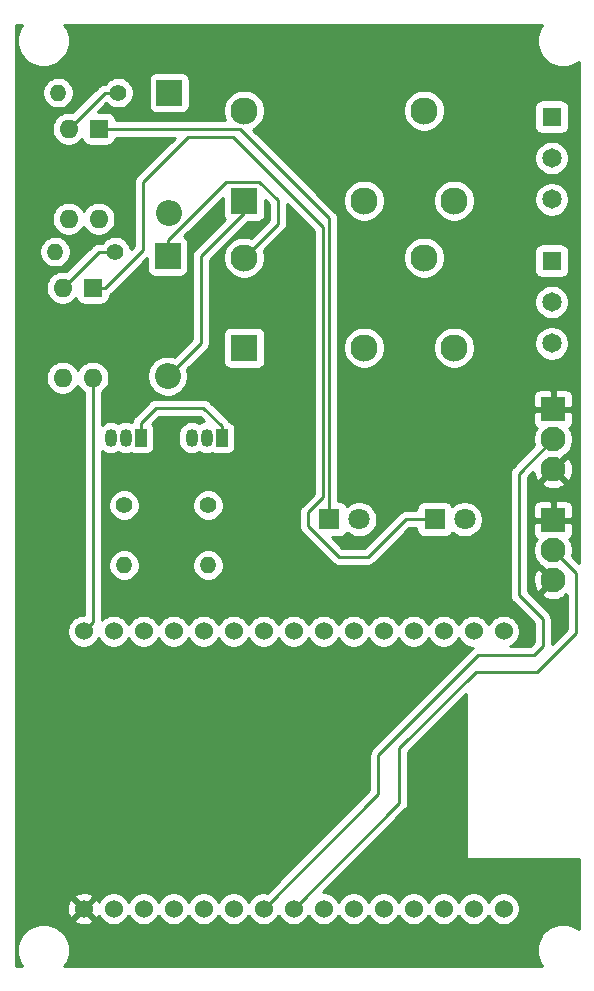
<source format=gbr>
%TF.GenerationSoftware,KiCad,Pcbnew,(5.1.10)-1*%
%TF.CreationDate,2021-06-25T14:15:48-05:00*%
%TF.ProjectId,ESPRelay,45535052-656c-4617-992e-6b696361645f,rev?*%
%TF.SameCoordinates,Original*%
%TF.FileFunction,Copper,L1,Top*%
%TF.FilePolarity,Positive*%
%FSLAX46Y46*%
G04 Gerber Fmt 4.6, Leading zero omitted, Abs format (unit mm)*
G04 Created by KiCad (PCBNEW (5.1.10)-1) date 2021-06-25 14:15:48*
%MOMM*%
%LPD*%
G01*
G04 APERTURE LIST*
%TA.AperFunction,ComponentPad*%
%ADD10C,1.524000*%
%TD*%
%TA.AperFunction,ComponentPad*%
%ADD11C,1.800000*%
%TD*%
%TA.AperFunction,ComponentPad*%
%ADD12R,1.800000X1.800000*%
%TD*%
%TA.AperFunction,ComponentPad*%
%ADD13R,2.200000X2.200000*%
%TD*%
%TA.AperFunction,ComponentPad*%
%ADD14O,2.200000X2.200000*%
%TD*%
%TA.AperFunction,ComponentPad*%
%ADD15C,2.300000*%
%TD*%
%TA.AperFunction,ComponentPad*%
%ADD16R,2.300000X2.300000*%
%TD*%
%TA.AperFunction,ComponentPad*%
%ADD17O,1.050000X1.500000*%
%TD*%
%TA.AperFunction,ComponentPad*%
%ADD18R,1.050000X1.500000*%
%TD*%
%TA.AperFunction,ComponentPad*%
%ADD19C,1.400000*%
%TD*%
%TA.AperFunction,ComponentPad*%
%ADD20O,1.400000X1.400000*%
%TD*%
%TA.AperFunction,ComponentPad*%
%ADD21O,1.600000X1.600000*%
%TD*%
%TA.AperFunction,ComponentPad*%
%ADD22R,1.600000X1.600000*%
%TD*%
%TA.AperFunction,ComponentPad*%
%ADD23C,1.650000*%
%TD*%
%TA.AperFunction,ComponentPad*%
%ADD24R,1.650000X1.650000*%
%TD*%
%TA.AperFunction,ComponentPad*%
%ADD25C,2.100000*%
%TD*%
%TA.AperFunction,ComponentPad*%
%ADD26R,2.100000X2.100000*%
%TD*%
%TA.AperFunction,Conductor*%
%ADD27C,0.250000*%
%TD*%
%TA.AperFunction,Conductor*%
%ADD28C,0.254000*%
%TD*%
%TA.AperFunction,Conductor*%
%ADD29C,0.100000*%
%TD*%
G04 APERTURE END LIST*
D10*
%TO.P,U1,1*%
%TO.N,Net-(U1-Pad1)*%
X124968000Y-110998000D03*
%TO.P,U1,2*%
%TO.N,Net-(U1-Pad2)*%
X122428000Y-110998000D03*
%TO.P,U1,3*%
%TO.N,Net-(U1-Pad3)*%
X119888000Y-110998000D03*
%TO.P,U1,4*%
%TO.N,Net-(U1-Pad4)*%
X117348000Y-110998000D03*
%TO.P,U1,5*%
%TO.N,Net-(U1-Pad5)*%
X114808000Y-110998000D03*
%TO.P,U1,6*%
%TO.N,Net-(U1-Pad6)*%
X112268000Y-110998000D03*
%TO.P,U1,7*%
%TO.N,Net-(U1-Pad7)*%
X109728000Y-110998000D03*
%TO.P,U1,8*%
%TO.N,Net-(U1-Pad8)*%
X107188000Y-110998000D03*
%TO.P,U1,9*%
%TO.N,Net-(U1-Pad9)*%
X104648000Y-110998000D03*
%TO.P,U1,10*%
%TO.N,GND*%
X102108000Y-110998000D03*
%TO.P,U1,11*%
%TO.N,Net-(U1-Pad11)*%
X99568000Y-110998000D03*
%TO.P,U1,12*%
%TO.N,Net-(U1-Pad12)*%
X97028000Y-110998000D03*
%TO.P,U1,13*%
%TO.N,Net-(U1-Pad13)*%
X94488000Y-110998000D03*
%TO.P,U1,14*%
%TO.N,GND*%
X91948000Y-110998000D03*
%TO.P,U1,15*%
%TO.N,+5V*%
X89408000Y-110998000D03*
%TO.P,U1,16*%
%TO.N,VCC*%
X89408000Y-134493000D03*
%TO.P,U1,17*%
%TO.N,GND*%
X91948000Y-134493000D03*
%TO.P,U1,18*%
%TO.N,Net-(U1-Pad18)*%
X94488000Y-134493000D03*
%TO.P,U1,19*%
%TO.N,Net-(U1-Pad19)*%
X97028000Y-134493000D03*
%TO.P,U1,20*%
%TO.N,Net-(U1-Pad20)*%
X99568000Y-134493000D03*
%TO.P,U1,21*%
%TO.N,Net-(U1-Pad21)*%
X102108000Y-134493000D03*
%TO.P,U1,22*%
%TO.N,Net-(J4-Pad2)*%
X104648000Y-134493000D03*
%TO.P,U1,23*%
%TO.N,Net-(J3-Pad2)*%
X107188000Y-134493000D03*
%TO.P,U1,24*%
%TO.N,GND*%
X109728000Y-134493000D03*
%TO.P,U1,25*%
%TO.N,Net-(U1-Pad25)*%
X112268000Y-134493000D03*
%TO.P,U1,26*%
%TO.N,Net-(U1-Pad26)*%
X114808000Y-134493000D03*
%TO.P,U1,27*%
%TO.N,Net-(U1-Pad27)*%
X117348000Y-134493000D03*
%TO.P,U1,28*%
%TO.N,Net-(D2-Pad2)*%
X119888000Y-134493000D03*
%TO.P,U1,29*%
%TO.N,Net-(D1-Pad2)*%
X122428000Y-134493000D03*
%TO.P,U1,30*%
%TO.N,Net-(U1-Pad30)*%
X124968000Y-134493000D03*
%TD*%
D11*
%TO.P,D1,2*%
%TO.N,Net-(D1-Pad2)*%
X112740000Y-101531000D03*
D12*
%TO.P,D1,1*%
%TO.N,Net-(D1-Pad1)*%
X110200000Y-101531000D03*
%TD*%
%TO.P,D2,1*%
%TO.N,Net-(D2-Pad1)*%
X119126000Y-101531000D03*
D11*
%TO.P,D2,2*%
%TO.N,Net-(D2-Pad2)*%
X121666000Y-101531000D03*
%TD*%
D13*
%TO.P,D3,1*%
%TO.N,+5V*%
X96647000Y-65405000D03*
D14*
%TO.P,D3,2*%
%TO.N,Net-(D3-Pad2)*%
X96647000Y-75565000D03*
%TD*%
%TO.P,D4,2*%
%TO.N,Net-(D4-Pad2)*%
X96520000Y-89408000D03*
D13*
%TO.P,D4,1*%
%TO.N,+5V*%
X96520000Y-79248000D03*
%TD*%
D15*
%TO.P,K1,5*%
%TO.N,+5V*%
X102997000Y-79375000D03*
%TO.P,K1,4*%
%TO.N,Net-(J1-Pad1)*%
X118237000Y-79375000D03*
%TO.P,K1,3*%
%TO.N,Net-(J1-Pad3)*%
X120777000Y-86995000D03*
%TO.P,K1,2*%
%TO.N,Net-(J1-Pad2)*%
X113157000Y-86995000D03*
D16*
%TO.P,K1,1*%
%TO.N,Net-(D3-Pad2)*%
X102997000Y-86995000D03*
%TD*%
%TO.P,K2,1*%
%TO.N,Net-(D4-Pad2)*%
X102997000Y-74549000D03*
D15*
%TO.P,K2,2*%
%TO.N,Net-(J2-Pad2)*%
X113157000Y-74549000D03*
%TO.P,K2,3*%
%TO.N,Net-(J2-Pad3)*%
X120777000Y-74549000D03*
%TO.P,K2,4*%
%TO.N,Net-(J2-Pad1)*%
X118237000Y-66929000D03*
%TO.P,K2,5*%
%TO.N,+5V*%
X102997000Y-66929000D03*
%TD*%
D17*
%TO.P,Q1,2*%
%TO.N,Net-(Q1-Pad2)*%
X99822000Y-94615000D03*
%TO.P,Q1,3*%
%TO.N,Net-(D3-Pad2)*%
X98552000Y-94615000D03*
D18*
%TO.P,Q1,1*%
%TO.N,GND*%
X101092000Y-94615000D03*
%TD*%
%TO.P,Q2,1*%
%TO.N,GND*%
X94234000Y-94615000D03*
D17*
%TO.P,Q2,3*%
%TO.N,Net-(D4-Pad2)*%
X91694000Y-94615000D03*
%TO.P,Q2,2*%
%TO.N,Net-(Q2-Pad2)*%
X92964000Y-94615000D03*
%TD*%
D19*
%TO.P,R1,1*%
%TO.N,Net-(R1-Pad1)*%
X92329000Y-65405000D03*
D20*
%TO.P,R1,2*%
%TO.N,GND*%
X87249000Y-65405000D03*
%TD*%
%TO.P,R2,2*%
%TO.N,GND*%
X86995000Y-78867000D03*
D19*
%TO.P,R2,1*%
%TO.N,Net-(R2-Pad1)*%
X92075000Y-78867000D03*
%TD*%
%TO.P,R3,1*%
%TO.N,Net-(Q1-Pad2)*%
X99949000Y-100330000D03*
D20*
%TO.P,R3,2*%
%TO.N,Net-(R3-Pad2)*%
X99949000Y-105410000D03*
%TD*%
%TO.P,R4,2*%
%TO.N,Net-(R4-Pad2)*%
X92837000Y-105410000D03*
D19*
%TO.P,R4,1*%
%TO.N,Net-(Q2-Pad2)*%
X92837000Y-100330000D03*
%TD*%
D21*
%TO.P,U2,4*%
%TO.N,+5V*%
X90678000Y-76073000D03*
%TO.P,U2,2*%
%TO.N,Net-(R1-Pad1)*%
X88138000Y-68453000D03*
%TO.P,U2,3*%
%TO.N,Net-(R3-Pad2)*%
X88138000Y-76073000D03*
D22*
%TO.P,U2,1*%
%TO.N,Net-(D1-Pad1)*%
X90678000Y-68453000D03*
%TD*%
%TO.P,U3,1*%
%TO.N,Net-(D2-Pad1)*%
X90170000Y-81915000D03*
D21*
%TO.P,U3,3*%
%TO.N,Net-(R4-Pad2)*%
X87630000Y-89535000D03*
%TO.P,U3,2*%
%TO.N,Net-(R2-Pad1)*%
X87630000Y-81915000D03*
%TO.P,U3,4*%
%TO.N,+5V*%
X90170000Y-89535000D03*
%TD*%
D23*
%TO.P,J1,3*%
%TO.N,Net-(J1-Pad3)*%
X129032000Y-86629000D03*
%TO.P,J1,2*%
%TO.N,Net-(J1-Pad2)*%
X129032000Y-83129000D03*
D24*
%TO.P,J1,1*%
%TO.N,Net-(J1-Pad1)*%
X129032000Y-79629000D03*
%TD*%
%TO.P,J2,1*%
%TO.N,Net-(J2-Pad1)*%
X129032000Y-67437000D03*
D23*
%TO.P,J2,2*%
%TO.N,Net-(J2-Pad2)*%
X129032000Y-70937000D03*
%TO.P,J2,3*%
%TO.N,Net-(J2-Pad3)*%
X129032000Y-74437000D03*
%TD*%
D25*
%TO.P,J3,3*%
%TO.N,VCC*%
X129159000Y-106680000D03*
%TO.P,J3,2*%
%TO.N,Net-(J3-Pad2)*%
X129159000Y-104140000D03*
D26*
%TO.P,J3,1*%
%TO.N,VCC*%
X129159000Y-101600000D03*
%TD*%
%TO.P,J4,1*%
%TO.N,VCC*%
X129159000Y-92202000D03*
D25*
%TO.P,J4,2*%
%TO.N,Net-(J4-Pad2)*%
X129159000Y-94742000D03*
%TO.P,J4,3*%
%TO.N,VCC*%
X129159000Y-97282000D03*
%TD*%
D27*
%TO.N,+5V*%
X90169999Y-110236001D02*
X89408000Y-110998000D01*
X90170000Y-89535000D02*
X90169999Y-110236001D01*
%TO.N,Net-(D4-Pad2)*%
X99314000Y-86614000D02*
X96520000Y-89408000D01*
X99314000Y-79239002D02*
X99314000Y-86614000D01*
X102997000Y-75556002D02*
X99314000Y-79239002D01*
X102997000Y-74549000D02*
X102997000Y-75556002D01*
%TO.N,GND*%
X94234000Y-94615000D02*
X94234000Y-93345000D01*
X94234000Y-93345000D02*
X95504000Y-92075000D01*
X101092000Y-93615000D02*
X101092000Y-94615000D01*
X99552000Y-92075000D02*
X101092000Y-93615000D01*
X95504000Y-92075000D02*
X96915000Y-92075000D01*
X96915000Y-92075000D02*
X99552000Y-92075000D01*
%TO.N,Net-(D1-Pad1)*%
X90678000Y-68453000D02*
X102613000Y-68453000D01*
X110200000Y-76040000D02*
X110200000Y-101531000D01*
X102613000Y-68453000D02*
X110200000Y-76040000D01*
%TO.N,Net-(D2-Pad1)*%
X94430000Y-78705000D02*
X91220000Y-81915000D01*
X94430000Y-72970000D02*
X94430000Y-78705000D01*
X102050000Y-69160000D02*
X98240000Y-69160000D01*
X109670000Y-99675998D02*
X109670000Y-76780000D01*
X108400000Y-100945998D02*
X109670000Y-99675998D01*
X108400000Y-102116002D02*
X108400000Y-100945998D01*
X91220000Y-81915000D02*
X90170000Y-81915000D01*
X109670000Y-76780000D02*
X102050000Y-69160000D01*
X111003998Y-104720000D02*
X108400000Y-102116002D01*
X113480000Y-104720000D02*
X111003998Y-104720000D01*
X98240000Y-69160000D02*
X94430000Y-72970000D01*
X116669000Y-101531000D02*
X113480000Y-104720000D01*
X119126000Y-101531000D02*
X116669000Y-101531000D01*
%TO.N,+5V*%
X96520000Y-79248000D02*
X97042000Y-79248000D01*
X96520000Y-77898000D02*
X101448000Y-72970000D01*
X96520000Y-79248000D02*
X96520000Y-77898000D01*
X104303002Y-72970000D02*
X105860000Y-74526998D01*
X101448000Y-72970000D02*
X104303002Y-72970000D01*
X105860000Y-76512000D02*
X102997000Y-79375000D01*
X105860000Y-74526998D02*
X105860000Y-76512000D01*
%TO.N,Net-(J3-Pad2)*%
X127762000Y-114427000D02*
X131064000Y-111125000D01*
X131064000Y-111125000D02*
X131064000Y-106045000D01*
X122603364Y-114427000D02*
X127762000Y-114427000D01*
X116147000Y-120883364D02*
X122603364Y-114427000D01*
X116147000Y-125534000D02*
X116147000Y-120883364D01*
X131064000Y-106045000D02*
X129159000Y-104140000D01*
X107188000Y-134493000D02*
X116147000Y-125534000D01*
%TO.N,Net-(J4-Pad2)*%
X126238000Y-97663000D02*
X129159000Y-94742000D01*
X128270000Y-109982000D02*
X126238000Y-107950000D01*
X126238000Y-107950000D02*
X126238000Y-97663000D01*
X128270000Y-112268000D02*
X128270000Y-109982000D01*
X127508000Y-113030000D02*
X128270000Y-112268000D01*
X122809000Y-113030000D02*
X127508000Y-113030000D01*
X114369000Y-124772000D02*
X114369000Y-121470000D01*
X114369000Y-121470000D02*
X122809000Y-113030000D01*
X104648000Y-134493000D02*
X114369000Y-124772000D01*
%TO.N,Net-(R1-Pad1)*%
X91186000Y-65405000D02*
X88138000Y-68453000D01*
X92329000Y-65405000D02*
X91186000Y-65405000D01*
%TO.N,Net-(R2-Pad1)*%
X90678000Y-78867000D02*
X92075000Y-78867000D01*
X87630000Y-81915000D02*
X90678000Y-78867000D01*
%TD*%
D28*
%TO.N,VCC*%
X84019369Y-59941331D02*
X83850890Y-60348075D01*
X83765000Y-60779872D01*
X83765000Y-61220128D01*
X83850890Y-61651925D01*
X84019369Y-62058669D01*
X84263962Y-62424729D01*
X84575271Y-62736038D01*
X84941331Y-62980631D01*
X85348075Y-63149110D01*
X85779872Y-63235000D01*
X86220128Y-63235000D01*
X86651925Y-63149110D01*
X87058669Y-62980631D01*
X87424729Y-62736038D01*
X87736038Y-62424729D01*
X87980631Y-62058669D01*
X88149110Y-61651925D01*
X88235000Y-61220128D01*
X88235000Y-60779872D01*
X88149110Y-60348075D01*
X87980631Y-59941331D01*
X87792652Y-59660000D01*
X128207348Y-59660000D01*
X128019369Y-59941331D01*
X127850890Y-60348075D01*
X127765000Y-60779872D01*
X127765000Y-61220128D01*
X127850890Y-61651925D01*
X128019369Y-62058669D01*
X128263962Y-62424729D01*
X128575271Y-62736038D01*
X128941331Y-62980631D01*
X129348075Y-63149110D01*
X129779872Y-63235000D01*
X130220128Y-63235000D01*
X130651925Y-63149110D01*
X131058669Y-62980631D01*
X131340000Y-62792652D01*
X131340001Y-105246199D01*
X130763445Y-104669643D01*
X130779246Y-104631496D01*
X130844000Y-104305958D01*
X130844000Y-103974042D01*
X130779246Y-103648504D01*
X130652228Y-103341853D01*
X130549454Y-103188042D01*
X130563494Y-103180537D01*
X130660185Y-103101185D01*
X130739537Y-103004494D01*
X130798502Y-102894180D01*
X130834812Y-102774482D01*
X130847072Y-102650000D01*
X130844000Y-101885750D01*
X130685250Y-101727000D01*
X129286000Y-101727000D01*
X129286000Y-101747000D01*
X129032000Y-101747000D01*
X129032000Y-101727000D01*
X127632750Y-101727000D01*
X127474000Y-101885750D01*
X127470928Y-102650000D01*
X127483188Y-102774482D01*
X127519498Y-102894180D01*
X127578463Y-103004494D01*
X127657815Y-103101185D01*
X127754506Y-103180537D01*
X127768546Y-103188042D01*
X127665772Y-103341853D01*
X127538754Y-103648504D01*
X127474000Y-103974042D01*
X127474000Y-104305958D01*
X127538754Y-104631496D01*
X127665772Y-104938147D01*
X127850175Y-105214125D01*
X128084875Y-105448825D01*
X128169009Y-105505042D01*
X128167539Y-105508934D01*
X129159000Y-106500395D01*
X129173143Y-106486253D01*
X129352748Y-106665858D01*
X129338605Y-106680000D01*
X129352748Y-106694143D01*
X129173143Y-106873748D01*
X129159000Y-106859605D01*
X128167539Y-107851066D01*
X128269339Y-108120579D01*
X128567477Y-108266463D01*
X128888346Y-108351380D01*
X129219617Y-108372066D01*
X129548557Y-108327728D01*
X129862527Y-108220069D01*
X130048661Y-108120579D01*
X130150460Y-107851068D01*
X130266001Y-107966609D01*
X130304001Y-107928609D01*
X130304000Y-110810198D01*
X129030000Y-112084198D01*
X129030000Y-110019323D01*
X129033676Y-109982000D01*
X129030000Y-109944677D01*
X129030000Y-109944667D01*
X129019003Y-109833014D01*
X128975546Y-109689753D01*
X128928106Y-109601000D01*
X128904974Y-109557723D01*
X128833799Y-109470997D01*
X128810001Y-109441999D01*
X128781003Y-109418201D01*
X126998000Y-107635199D01*
X126998000Y-106740617D01*
X127466934Y-106740617D01*
X127511272Y-107069557D01*
X127618931Y-107383527D01*
X127718421Y-107569661D01*
X127987934Y-107671461D01*
X128979395Y-106680000D01*
X127987934Y-105688539D01*
X127718421Y-105790339D01*
X127572537Y-106088477D01*
X127487620Y-106409346D01*
X127466934Y-106740617D01*
X126998000Y-106740617D01*
X126998000Y-100550000D01*
X127470928Y-100550000D01*
X127474000Y-101314250D01*
X127632750Y-101473000D01*
X129032000Y-101473000D01*
X129032000Y-100073750D01*
X129286000Y-100073750D01*
X129286000Y-101473000D01*
X130685250Y-101473000D01*
X130844000Y-101314250D01*
X130847072Y-100550000D01*
X130834812Y-100425518D01*
X130798502Y-100305820D01*
X130739537Y-100195506D01*
X130660185Y-100098815D01*
X130563494Y-100019463D01*
X130453180Y-99960498D01*
X130333482Y-99924188D01*
X130209000Y-99911928D01*
X129444750Y-99915000D01*
X129286000Y-100073750D01*
X129032000Y-100073750D01*
X128873250Y-99915000D01*
X128109000Y-99911928D01*
X127984518Y-99924188D01*
X127864820Y-99960498D01*
X127754506Y-100019463D01*
X127657815Y-100098815D01*
X127578463Y-100195506D01*
X127519498Y-100305820D01*
X127483188Y-100425518D01*
X127470928Y-100550000D01*
X126998000Y-100550000D01*
X126998000Y-98453066D01*
X128167539Y-98453066D01*
X128269339Y-98722579D01*
X128567477Y-98868463D01*
X128888346Y-98953380D01*
X129219617Y-98974066D01*
X129548557Y-98929728D01*
X129862527Y-98822069D01*
X130048661Y-98722579D01*
X130150461Y-98453066D01*
X129159000Y-97461605D01*
X128167539Y-98453066D01*
X126998000Y-98453066D01*
X126998000Y-97977801D01*
X127486681Y-97489120D01*
X127511272Y-97671557D01*
X127618931Y-97985527D01*
X127718421Y-98171661D01*
X127987934Y-98273461D01*
X128979395Y-97282000D01*
X129338605Y-97282000D01*
X130330066Y-98273461D01*
X130599579Y-98171661D01*
X130745463Y-97873523D01*
X130830380Y-97552654D01*
X130851066Y-97221383D01*
X130806728Y-96892443D01*
X130699069Y-96578473D01*
X130599579Y-96392339D01*
X130330066Y-96290539D01*
X129338605Y-97282000D01*
X128979395Y-97282000D01*
X128965253Y-97267858D01*
X129144858Y-97088253D01*
X129159000Y-97102395D01*
X130150461Y-96110934D01*
X130148991Y-96107042D01*
X130233125Y-96050825D01*
X130467825Y-95816125D01*
X130652228Y-95540147D01*
X130779246Y-95233496D01*
X130844000Y-94907958D01*
X130844000Y-94576042D01*
X130779246Y-94250504D01*
X130652228Y-93943853D01*
X130549454Y-93790042D01*
X130563494Y-93782537D01*
X130660185Y-93703185D01*
X130739537Y-93606494D01*
X130798502Y-93496180D01*
X130834812Y-93376482D01*
X130847072Y-93252000D01*
X130844000Y-92487750D01*
X130685250Y-92329000D01*
X129286000Y-92329000D01*
X129286000Y-92349000D01*
X129032000Y-92349000D01*
X129032000Y-92329000D01*
X127632750Y-92329000D01*
X127474000Y-92487750D01*
X127470928Y-93252000D01*
X127483188Y-93376482D01*
X127519498Y-93496180D01*
X127578463Y-93606494D01*
X127657815Y-93703185D01*
X127754506Y-93782537D01*
X127768546Y-93790042D01*
X127665772Y-93943853D01*
X127538754Y-94250504D01*
X127474000Y-94576042D01*
X127474000Y-94907958D01*
X127538754Y-95233496D01*
X127554555Y-95271643D01*
X125726998Y-97099201D01*
X125698000Y-97122999D01*
X125674202Y-97151997D01*
X125674201Y-97151998D01*
X125603026Y-97238724D01*
X125532454Y-97370754D01*
X125488998Y-97514015D01*
X125474324Y-97663000D01*
X125478001Y-97700332D01*
X125478000Y-107912678D01*
X125474324Y-107950000D01*
X125478000Y-107987322D01*
X125478000Y-107987332D01*
X125488997Y-108098985D01*
X125525727Y-108220069D01*
X125532454Y-108242246D01*
X125603026Y-108374276D01*
X125642871Y-108422826D01*
X125697999Y-108490001D01*
X125727003Y-108513804D01*
X127510001Y-110296803D01*
X127510000Y-111953198D01*
X127193199Y-112270000D01*
X125547656Y-112270000D01*
X125629727Y-112236005D01*
X125858535Y-112083120D01*
X126053120Y-111888535D01*
X126206005Y-111659727D01*
X126311314Y-111405490D01*
X126365000Y-111135592D01*
X126365000Y-110860408D01*
X126311314Y-110590510D01*
X126206005Y-110336273D01*
X126053120Y-110107465D01*
X125858535Y-109912880D01*
X125629727Y-109759995D01*
X125375490Y-109654686D01*
X125105592Y-109601000D01*
X124830408Y-109601000D01*
X124560510Y-109654686D01*
X124306273Y-109759995D01*
X124077465Y-109912880D01*
X123882880Y-110107465D01*
X123729995Y-110336273D01*
X123698000Y-110413515D01*
X123666005Y-110336273D01*
X123513120Y-110107465D01*
X123318535Y-109912880D01*
X123089727Y-109759995D01*
X122835490Y-109654686D01*
X122565592Y-109601000D01*
X122290408Y-109601000D01*
X122020510Y-109654686D01*
X121766273Y-109759995D01*
X121537465Y-109912880D01*
X121342880Y-110107465D01*
X121189995Y-110336273D01*
X121158000Y-110413515D01*
X121126005Y-110336273D01*
X120973120Y-110107465D01*
X120778535Y-109912880D01*
X120549727Y-109759995D01*
X120295490Y-109654686D01*
X120025592Y-109601000D01*
X119750408Y-109601000D01*
X119480510Y-109654686D01*
X119226273Y-109759995D01*
X118997465Y-109912880D01*
X118802880Y-110107465D01*
X118649995Y-110336273D01*
X118618000Y-110413515D01*
X118586005Y-110336273D01*
X118433120Y-110107465D01*
X118238535Y-109912880D01*
X118009727Y-109759995D01*
X117755490Y-109654686D01*
X117485592Y-109601000D01*
X117210408Y-109601000D01*
X116940510Y-109654686D01*
X116686273Y-109759995D01*
X116457465Y-109912880D01*
X116262880Y-110107465D01*
X116109995Y-110336273D01*
X116078000Y-110413515D01*
X116046005Y-110336273D01*
X115893120Y-110107465D01*
X115698535Y-109912880D01*
X115469727Y-109759995D01*
X115215490Y-109654686D01*
X114945592Y-109601000D01*
X114670408Y-109601000D01*
X114400510Y-109654686D01*
X114146273Y-109759995D01*
X113917465Y-109912880D01*
X113722880Y-110107465D01*
X113569995Y-110336273D01*
X113538000Y-110413515D01*
X113506005Y-110336273D01*
X113353120Y-110107465D01*
X113158535Y-109912880D01*
X112929727Y-109759995D01*
X112675490Y-109654686D01*
X112405592Y-109601000D01*
X112130408Y-109601000D01*
X111860510Y-109654686D01*
X111606273Y-109759995D01*
X111377465Y-109912880D01*
X111182880Y-110107465D01*
X111029995Y-110336273D01*
X110998000Y-110413515D01*
X110966005Y-110336273D01*
X110813120Y-110107465D01*
X110618535Y-109912880D01*
X110389727Y-109759995D01*
X110135490Y-109654686D01*
X109865592Y-109601000D01*
X109590408Y-109601000D01*
X109320510Y-109654686D01*
X109066273Y-109759995D01*
X108837465Y-109912880D01*
X108642880Y-110107465D01*
X108489995Y-110336273D01*
X108458000Y-110413515D01*
X108426005Y-110336273D01*
X108273120Y-110107465D01*
X108078535Y-109912880D01*
X107849727Y-109759995D01*
X107595490Y-109654686D01*
X107325592Y-109601000D01*
X107050408Y-109601000D01*
X106780510Y-109654686D01*
X106526273Y-109759995D01*
X106297465Y-109912880D01*
X106102880Y-110107465D01*
X105949995Y-110336273D01*
X105918000Y-110413515D01*
X105886005Y-110336273D01*
X105733120Y-110107465D01*
X105538535Y-109912880D01*
X105309727Y-109759995D01*
X105055490Y-109654686D01*
X104785592Y-109601000D01*
X104510408Y-109601000D01*
X104240510Y-109654686D01*
X103986273Y-109759995D01*
X103757465Y-109912880D01*
X103562880Y-110107465D01*
X103409995Y-110336273D01*
X103378000Y-110413515D01*
X103346005Y-110336273D01*
X103193120Y-110107465D01*
X102998535Y-109912880D01*
X102769727Y-109759995D01*
X102515490Y-109654686D01*
X102245592Y-109601000D01*
X101970408Y-109601000D01*
X101700510Y-109654686D01*
X101446273Y-109759995D01*
X101217465Y-109912880D01*
X101022880Y-110107465D01*
X100869995Y-110336273D01*
X100838000Y-110413515D01*
X100806005Y-110336273D01*
X100653120Y-110107465D01*
X100458535Y-109912880D01*
X100229727Y-109759995D01*
X99975490Y-109654686D01*
X99705592Y-109601000D01*
X99430408Y-109601000D01*
X99160510Y-109654686D01*
X98906273Y-109759995D01*
X98677465Y-109912880D01*
X98482880Y-110107465D01*
X98329995Y-110336273D01*
X98298000Y-110413515D01*
X98266005Y-110336273D01*
X98113120Y-110107465D01*
X97918535Y-109912880D01*
X97689727Y-109759995D01*
X97435490Y-109654686D01*
X97165592Y-109601000D01*
X96890408Y-109601000D01*
X96620510Y-109654686D01*
X96366273Y-109759995D01*
X96137465Y-109912880D01*
X95942880Y-110107465D01*
X95789995Y-110336273D01*
X95758000Y-110413515D01*
X95726005Y-110336273D01*
X95573120Y-110107465D01*
X95378535Y-109912880D01*
X95149727Y-109759995D01*
X94895490Y-109654686D01*
X94625592Y-109601000D01*
X94350408Y-109601000D01*
X94080510Y-109654686D01*
X93826273Y-109759995D01*
X93597465Y-109912880D01*
X93402880Y-110107465D01*
X93249995Y-110336273D01*
X93218000Y-110413515D01*
X93186005Y-110336273D01*
X93033120Y-110107465D01*
X92838535Y-109912880D01*
X92609727Y-109759995D01*
X92355490Y-109654686D01*
X92085592Y-109601000D01*
X91810408Y-109601000D01*
X91540510Y-109654686D01*
X91286273Y-109759995D01*
X91057465Y-109912880D01*
X90929998Y-110040347D01*
X90929998Y-105278514D01*
X91502000Y-105278514D01*
X91502000Y-105541486D01*
X91553304Y-105799405D01*
X91653939Y-106042359D01*
X91800038Y-106261013D01*
X91985987Y-106446962D01*
X92204641Y-106593061D01*
X92447595Y-106693696D01*
X92705514Y-106745000D01*
X92968486Y-106745000D01*
X93226405Y-106693696D01*
X93469359Y-106593061D01*
X93688013Y-106446962D01*
X93873962Y-106261013D01*
X94020061Y-106042359D01*
X94120696Y-105799405D01*
X94172000Y-105541486D01*
X94172000Y-105278514D01*
X98614000Y-105278514D01*
X98614000Y-105541486D01*
X98665304Y-105799405D01*
X98765939Y-106042359D01*
X98912038Y-106261013D01*
X99097987Y-106446962D01*
X99316641Y-106593061D01*
X99559595Y-106693696D01*
X99817514Y-106745000D01*
X100080486Y-106745000D01*
X100338405Y-106693696D01*
X100581359Y-106593061D01*
X100800013Y-106446962D01*
X100985962Y-106261013D01*
X101132061Y-106042359D01*
X101232696Y-105799405D01*
X101284000Y-105541486D01*
X101284000Y-105278514D01*
X101232696Y-105020595D01*
X101132061Y-104777641D01*
X100985962Y-104558987D01*
X100800013Y-104373038D01*
X100581359Y-104226939D01*
X100338405Y-104126304D01*
X100080486Y-104075000D01*
X99817514Y-104075000D01*
X99559595Y-104126304D01*
X99316641Y-104226939D01*
X99097987Y-104373038D01*
X98912038Y-104558987D01*
X98765939Y-104777641D01*
X98665304Y-105020595D01*
X98614000Y-105278514D01*
X94172000Y-105278514D01*
X94120696Y-105020595D01*
X94020061Y-104777641D01*
X93873962Y-104558987D01*
X93688013Y-104373038D01*
X93469359Y-104226939D01*
X93226405Y-104126304D01*
X92968486Y-104075000D01*
X92705514Y-104075000D01*
X92447595Y-104126304D01*
X92204641Y-104226939D01*
X91985987Y-104373038D01*
X91800038Y-104558987D01*
X91653939Y-104777641D01*
X91553304Y-105020595D01*
X91502000Y-105278514D01*
X90929998Y-105278514D01*
X90929998Y-100198514D01*
X91502000Y-100198514D01*
X91502000Y-100461486D01*
X91553304Y-100719405D01*
X91653939Y-100962359D01*
X91800038Y-101181013D01*
X91985987Y-101366962D01*
X92204641Y-101513061D01*
X92447595Y-101613696D01*
X92705514Y-101665000D01*
X92968486Y-101665000D01*
X93226405Y-101613696D01*
X93469359Y-101513061D01*
X93688013Y-101366962D01*
X93873962Y-101181013D01*
X94020061Y-100962359D01*
X94120696Y-100719405D01*
X94172000Y-100461486D01*
X94172000Y-100198514D01*
X98614000Y-100198514D01*
X98614000Y-100461486D01*
X98665304Y-100719405D01*
X98765939Y-100962359D01*
X98912038Y-101181013D01*
X99097987Y-101366962D01*
X99316641Y-101513061D01*
X99559595Y-101613696D01*
X99817514Y-101665000D01*
X100080486Y-101665000D01*
X100338405Y-101613696D01*
X100581359Y-101513061D01*
X100800013Y-101366962D01*
X100985962Y-101181013D01*
X101132061Y-100962359D01*
X101232696Y-100719405D01*
X101284000Y-100461486D01*
X101284000Y-100198514D01*
X101232696Y-99940595D01*
X101132061Y-99697641D01*
X100985962Y-99478987D01*
X100800013Y-99293038D01*
X100581359Y-99146939D01*
X100338405Y-99046304D01*
X100080486Y-98995000D01*
X99817514Y-98995000D01*
X99559595Y-99046304D01*
X99316641Y-99146939D01*
X99097987Y-99293038D01*
X98912038Y-99478987D01*
X98765939Y-99697641D01*
X98665304Y-99940595D01*
X98614000Y-100198514D01*
X94172000Y-100198514D01*
X94120696Y-99940595D01*
X94020061Y-99697641D01*
X93873962Y-99478987D01*
X93688013Y-99293038D01*
X93469359Y-99146939D01*
X93226405Y-99046304D01*
X92968486Y-98995000D01*
X92705514Y-98995000D01*
X92447595Y-99046304D01*
X92204641Y-99146939D01*
X91985987Y-99293038D01*
X91800038Y-99478987D01*
X91653939Y-99697641D01*
X91553304Y-99940595D01*
X91502000Y-100198514D01*
X90929998Y-100198514D01*
X90929999Y-95713626D01*
X91046421Y-95809171D01*
X91247940Y-95916885D01*
X91466600Y-95983215D01*
X91694000Y-96005612D01*
X91921399Y-95983215D01*
X92140059Y-95916885D01*
X92329000Y-95815894D01*
X92517940Y-95916885D01*
X92736600Y-95983215D01*
X92964000Y-96005612D01*
X93191399Y-95983215D01*
X93400098Y-95919907D01*
X93464820Y-95954502D01*
X93584518Y-95990812D01*
X93709000Y-96003072D01*
X94759000Y-96003072D01*
X94883482Y-95990812D01*
X95003180Y-95954502D01*
X95113494Y-95895537D01*
X95210185Y-95816185D01*
X95289537Y-95719494D01*
X95348502Y-95609180D01*
X95384812Y-95489482D01*
X95397072Y-95365000D01*
X95397072Y-93865000D01*
X95384812Y-93740518D01*
X95348502Y-93620820D01*
X95289537Y-93510506D01*
X95223618Y-93430183D01*
X95818802Y-92835000D01*
X99237199Y-92835000D01*
X99644108Y-93241909D01*
X99594601Y-93246785D01*
X99375941Y-93313115D01*
X99187001Y-93414106D01*
X98998060Y-93313115D01*
X98779400Y-93246785D01*
X98552000Y-93224388D01*
X98324601Y-93246785D01*
X98105941Y-93313115D01*
X97904422Y-93420829D01*
X97727789Y-93565788D01*
X97582830Y-93742421D01*
X97475115Y-93943940D01*
X97408785Y-94162600D01*
X97392000Y-94333021D01*
X97392000Y-94896978D01*
X97408785Y-95067399D01*
X97475115Y-95286059D01*
X97582829Y-95487578D01*
X97727788Y-95664212D01*
X97904421Y-95809171D01*
X98105940Y-95916885D01*
X98324600Y-95983215D01*
X98552000Y-96005612D01*
X98779399Y-95983215D01*
X98998059Y-95916885D01*
X99187000Y-95815894D01*
X99375940Y-95916885D01*
X99594600Y-95983215D01*
X99822000Y-96005612D01*
X100049399Y-95983215D01*
X100258098Y-95919907D01*
X100322820Y-95954502D01*
X100442518Y-95990812D01*
X100567000Y-96003072D01*
X101617000Y-96003072D01*
X101741482Y-95990812D01*
X101861180Y-95954502D01*
X101971494Y-95895537D01*
X102068185Y-95816185D01*
X102147537Y-95719494D01*
X102206502Y-95609180D01*
X102242812Y-95489482D01*
X102255072Y-95365000D01*
X102255072Y-93865000D01*
X102242812Y-93740518D01*
X102206502Y-93620820D01*
X102147537Y-93510506D01*
X102068185Y-93413815D01*
X101971494Y-93334463D01*
X101861180Y-93275498D01*
X101755084Y-93243314D01*
X101744968Y-93224388D01*
X101726974Y-93190723D01*
X101655799Y-93103997D01*
X101632001Y-93074999D01*
X101603004Y-93051202D01*
X100115804Y-91564003D01*
X100092001Y-91534999D01*
X99976276Y-91440026D01*
X99844247Y-91369454D01*
X99700986Y-91325997D01*
X99589333Y-91315000D01*
X99589322Y-91315000D01*
X99552000Y-91311324D01*
X99514678Y-91315000D01*
X95541322Y-91315000D01*
X95503999Y-91311324D01*
X95466676Y-91315000D01*
X95466667Y-91315000D01*
X95355014Y-91325997D01*
X95211753Y-91369454D01*
X95079724Y-91440026D01*
X94963999Y-91534999D01*
X94940201Y-91563997D01*
X93722998Y-92781201D01*
X93694000Y-92804999D01*
X93670202Y-92833997D01*
X93670201Y-92833998D01*
X93599026Y-92920724D01*
X93528454Y-93052754D01*
X93507524Y-93121754D01*
X93484998Y-93196014D01*
X93479802Y-93248772D01*
X93477550Y-93271636D01*
X93464820Y-93275498D01*
X93400098Y-93310093D01*
X93191400Y-93246785D01*
X92964000Y-93224388D01*
X92736601Y-93246785D01*
X92517941Y-93313115D01*
X92329001Y-93414106D01*
X92140060Y-93313115D01*
X91921400Y-93246785D01*
X91694000Y-93224388D01*
X91466601Y-93246785D01*
X91247941Y-93313115D01*
X91046422Y-93420829D01*
X90930000Y-93516374D01*
X90930000Y-90753044D01*
X91084759Y-90649637D01*
X91284637Y-90449759D01*
X91441680Y-90214727D01*
X91549853Y-89953574D01*
X91605000Y-89676335D01*
X91605000Y-89393665D01*
X91549853Y-89116426D01*
X91441680Y-88855273D01*
X91284637Y-88620241D01*
X91084759Y-88420363D01*
X90849727Y-88263320D01*
X90588574Y-88155147D01*
X90311335Y-88100000D01*
X90028665Y-88100000D01*
X89751426Y-88155147D01*
X89490273Y-88263320D01*
X89255241Y-88420363D01*
X89055363Y-88620241D01*
X88900000Y-88852759D01*
X88744637Y-88620241D01*
X88544759Y-88420363D01*
X88309727Y-88263320D01*
X88048574Y-88155147D01*
X87771335Y-88100000D01*
X87488665Y-88100000D01*
X87211426Y-88155147D01*
X86950273Y-88263320D01*
X86715241Y-88420363D01*
X86515363Y-88620241D01*
X86358320Y-88855273D01*
X86250147Y-89116426D01*
X86195000Y-89393665D01*
X86195000Y-89676335D01*
X86250147Y-89953574D01*
X86358320Y-90214727D01*
X86515363Y-90449759D01*
X86715241Y-90649637D01*
X86950273Y-90806680D01*
X87211426Y-90914853D01*
X87488665Y-90970000D01*
X87771335Y-90970000D01*
X88048574Y-90914853D01*
X88309727Y-90806680D01*
X88544759Y-90649637D01*
X88744637Y-90449759D01*
X88900000Y-90217241D01*
X89055363Y-90449759D01*
X89255241Y-90649637D01*
X89410001Y-90753044D01*
X89409999Y-109601000D01*
X89270408Y-109601000D01*
X89000510Y-109654686D01*
X88746273Y-109759995D01*
X88517465Y-109912880D01*
X88322880Y-110107465D01*
X88169995Y-110336273D01*
X88064686Y-110590510D01*
X88011000Y-110860408D01*
X88011000Y-111135592D01*
X88064686Y-111405490D01*
X88169995Y-111659727D01*
X88322880Y-111888535D01*
X88517465Y-112083120D01*
X88746273Y-112236005D01*
X89000510Y-112341314D01*
X89270408Y-112395000D01*
X89545592Y-112395000D01*
X89815490Y-112341314D01*
X90069727Y-112236005D01*
X90298535Y-112083120D01*
X90493120Y-111888535D01*
X90646005Y-111659727D01*
X90678000Y-111582485D01*
X90709995Y-111659727D01*
X90862880Y-111888535D01*
X91057465Y-112083120D01*
X91286273Y-112236005D01*
X91540510Y-112341314D01*
X91810408Y-112395000D01*
X92085592Y-112395000D01*
X92355490Y-112341314D01*
X92609727Y-112236005D01*
X92838535Y-112083120D01*
X93033120Y-111888535D01*
X93186005Y-111659727D01*
X93218000Y-111582485D01*
X93249995Y-111659727D01*
X93402880Y-111888535D01*
X93597465Y-112083120D01*
X93826273Y-112236005D01*
X94080510Y-112341314D01*
X94350408Y-112395000D01*
X94625592Y-112395000D01*
X94895490Y-112341314D01*
X95149727Y-112236005D01*
X95378535Y-112083120D01*
X95573120Y-111888535D01*
X95726005Y-111659727D01*
X95758000Y-111582485D01*
X95789995Y-111659727D01*
X95942880Y-111888535D01*
X96137465Y-112083120D01*
X96366273Y-112236005D01*
X96620510Y-112341314D01*
X96890408Y-112395000D01*
X97165592Y-112395000D01*
X97435490Y-112341314D01*
X97689727Y-112236005D01*
X97918535Y-112083120D01*
X98113120Y-111888535D01*
X98266005Y-111659727D01*
X98298000Y-111582485D01*
X98329995Y-111659727D01*
X98482880Y-111888535D01*
X98677465Y-112083120D01*
X98906273Y-112236005D01*
X99160510Y-112341314D01*
X99430408Y-112395000D01*
X99705592Y-112395000D01*
X99975490Y-112341314D01*
X100229727Y-112236005D01*
X100458535Y-112083120D01*
X100653120Y-111888535D01*
X100806005Y-111659727D01*
X100838000Y-111582485D01*
X100869995Y-111659727D01*
X101022880Y-111888535D01*
X101217465Y-112083120D01*
X101446273Y-112236005D01*
X101700510Y-112341314D01*
X101970408Y-112395000D01*
X102245592Y-112395000D01*
X102515490Y-112341314D01*
X102769727Y-112236005D01*
X102998535Y-112083120D01*
X103193120Y-111888535D01*
X103346005Y-111659727D01*
X103378000Y-111582485D01*
X103409995Y-111659727D01*
X103562880Y-111888535D01*
X103757465Y-112083120D01*
X103986273Y-112236005D01*
X104240510Y-112341314D01*
X104510408Y-112395000D01*
X104785592Y-112395000D01*
X105055490Y-112341314D01*
X105309727Y-112236005D01*
X105538535Y-112083120D01*
X105733120Y-111888535D01*
X105886005Y-111659727D01*
X105918000Y-111582485D01*
X105949995Y-111659727D01*
X106102880Y-111888535D01*
X106297465Y-112083120D01*
X106526273Y-112236005D01*
X106780510Y-112341314D01*
X107050408Y-112395000D01*
X107325592Y-112395000D01*
X107595490Y-112341314D01*
X107849727Y-112236005D01*
X108078535Y-112083120D01*
X108273120Y-111888535D01*
X108426005Y-111659727D01*
X108458000Y-111582485D01*
X108489995Y-111659727D01*
X108642880Y-111888535D01*
X108837465Y-112083120D01*
X109066273Y-112236005D01*
X109320510Y-112341314D01*
X109590408Y-112395000D01*
X109865592Y-112395000D01*
X110135490Y-112341314D01*
X110389727Y-112236005D01*
X110618535Y-112083120D01*
X110813120Y-111888535D01*
X110966005Y-111659727D01*
X110998000Y-111582485D01*
X111029995Y-111659727D01*
X111182880Y-111888535D01*
X111377465Y-112083120D01*
X111606273Y-112236005D01*
X111860510Y-112341314D01*
X112130408Y-112395000D01*
X112405592Y-112395000D01*
X112675490Y-112341314D01*
X112929727Y-112236005D01*
X113158535Y-112083120D01*
X113353120Y-111888535D01*
X113506005Y-111659727D01*
X113538000Y-111582485D01*
X113569995Y-111659727D01*
X113722880Y-111888535D01*
X113917465Y-112083120D01*
X114146273Y-112236005D01*
X114400510Y-112341314D01*
X114670408Y-112395000D01*
X114945592Y-112395000D01*
X115215490Y-112341314D01*
X115469727Y-112236005D01*
X115698535Y-112083120D01*
X115893120Y-111888535D01*
X116046005Y-111659727D01*
X116078000Y-111582485D01*
X116109995Y-111659727D01*
X116262880Y-111888535D01*
X116457465Y-112083120D01*
X116686273Y-112236005D01*
X116940510Y-112341314D01*
X117210408Y-112395000D01*
X117485592Y-112395000D01*
X117755490Y-112341314D01*
X118009727Y-112236005D01*
X118238535Y-112083120D01*
X118433120Y-111888535D01*
X118586005Y-111659727D01*
X118618000Y-111582485D01*
X118649995Y-111659727D01*
X118802880Y-111888535D01*
X118997465Y-112083120D01*
X119226273Y-112236005D01*
X119480510Y-112341314D01*
X119750408Y-112395000D01*
X120025592Y-112395000D01*
X120295490Y-112341314D01*
X120549727Y-112236005D01*
X120778535Y-112083120D01*
X120973120Y-111888535D01*
X121126005Y-111659727D01*
X121158000Y-111582485D01*
X121189995Y-111659727D01*
X121342880Y-111888535D01*
X121537465Y-112083120D01*
X121766273Y-112236005D01*
X122020510Y-112341314D01*
X122290408Y-112395000D01*
X122384773Y-112395000D01*
X122384724Y-112395026D01*
X122384722Y-112395027D01*
X122384723Y-112395027D01*
X122297996Y-112466201D01*
X122297992Y-112466205D01*
X122268999Y-112489999D01*
X122245205Y-112518992D01*
X113857998Y-120906201D01*
X113829000Y-120929999D01*
X113805202Y-120958997D01*
X113805201Y-120958998D01*
X113734026Y-121045724D01*
X113663454Y-121177754D01*
X113619998Y-121321015D01*
X113605324Y-121470000D01*
X113609001Y-121507332D01*
X113609000Y-124457198D01*
X104939571Y-133126628D01*
X104785592Y-133096000D01*
X104510408Y-133096000D01*
X104240510Y-133149686D01*
X103986273Y-133254995D01*
X103757465Y-133407880D01*
X103562880Y-133602465D01*
X103409995Y-133831273D01*
X103378000Y-133908515D01*
X103346005Y-133831273D01*
X103193120Y-133602465D01*
X102998535Y-133407880D01*
X102769727Y-133254995D01*
X102515490Y-133149686D01*
X102245592Y-133096000D01*
X101970408Y-133096000D01*
X101700510Y-133149686D01*
X101446273Y-133254995D01*
X101217465Y-133407880D01*
X101022880Y-133602465D01*
X100869995Y-133831273D01*
X100838000Y-133908515D01*
X100806005Y-133831273D01*
X100653120Y-133602465D01*
X100458535Y-133407880D01*
X100229727Y-133254995D01*
X99975490Y-133149686D01*
X99705592Y-133096000D01*
X99430408Y-133096000D01*
X99160510Y-133149686D01*
X98906273Y-133254995D01*
X98677465Y-133407880D01*
X98482880Y-133602465D01*
X98329995Y-133831273D01*
X98298000Y-133908515D01*
X98266005Y-133831273D01*
X98113120Y-133602465D01*
X97918535Y-133407880D01*
X97689727Y-133254995D01*
X97435490Y-133149686D01*
X97165592Y-133096000D01*
X96890408Y-133096000D01*
X96620510Y-133149686D01*
X96366273Y-133254995D01*
X96137465Y-133407880D01*
X95942880Y-133602465D01*
X95789995Y-133831273D01*
X95758000Y-133908515D01*
X95726005Y-133831273D01*
X95573120Y-133602465D01*
X95378535Y-133407880D01*
X95149727Y-133254995D01*
X94895490Y-133149686D01*
X94625592Y-133096000D01*
X94350408Y-133096000D01*
X94080510Y-133149686D01*
X93826273Y-133254995D01*
X93597465Y-133407880D01*
X93402880Y-133602465D01*
X93249995Y-133831273D01*
X93218000Y-133908515D01*
X93186005Y-133831273D01*
X93033120Y-133602465D01*
X92838535Y-133407880D01*
X92609727Y-133254995D01*
X92355490Y-133149686D01*
X92085592Y-133096000D01*
X91810408Y-133096000D01*
X91540510Y-133149686D01*
X91286273Y-133254995D01*
X91057465Y-133407880D01*
X90862880Y-133602465D01*
X90709995Y-133831273D01*
X90680308Y-133902943D01*
X90675636Y-133889977D01*
X90613656Y-133774020D01*
X90373565Y-133707040D01*
X89587605Y-134493000D01*
X90373565Y-135278960D01*
X90613656Y-135211980D01*
X90677485Y-135076240D01*
X90709995Y-135154727D01*
X90862880Y-135383535D01*
X91057465Y-135578120D01*
X91286273Y-135731005D01*
X91540510Y-135836314D01*
X91810408Y-135890000D01*
X92085592Y-135890000D01*
X92355490Y-135836314D01*
X92609727Y-135731005D01*
X92838535Y-135578120D01*
X93033120Y-135383535D01*
X93186005Y-135154727D01*
X93218000Y-135077485D01*
X93249995Y-135154727D01*
X93402880Y-135383535D01*
X93597465Y-135578120D01*
X93826273Y-135731005D01*
X94080510Y-135836314D01*
X94350408Y-135890000D01*
X94625592Y-135890000D01*
X94895490Y-135836314D01*
X95149727Y-135731005D01*
X95378535Y-135578120D01*
X95573120Y-135383535D01*
X95726005Y-135154727D01*
X95758000Y-135077485D01*
X95789995Y-135154727D01*
X95942880Y-135383535D01*
X96137465Y-135578120D01*
X96366273Y-135731005D01*
X96620510Y-135836314D01*
X96890408Y-135890000D01*
X97165592Y-135890000D01*
X97435490Y-135836314D01*
X97689727Y-135731005D01*
X97918535Y-135578120D01*
X98113120Y-135383535D01*
X98266005Y-135154727D01*
X98298000Y-135077485D01*
X98329995Y-135154727D01*
X98482880Y-135383535D01*
X98677465Y-135578120D01*
X98906273Y-135731005D01*
X99160510Y-135836314D01*
X99430408Y-135890000D01*
X99705592Y-135890000D01*
X99975490Y-135836314D01*
X100229727Y-135731005D01*
X100458535Y-135578120D01*
X100653120Y-135383535D01*
X100806005Y-135154727D01*
X100838000Y-135077485D01*
X100869995Y-135154727D01*
X101022880Y-135383535D01*
X101217465Y-135578120D01*
X101446273Y-135731005D01*
X101700510Y-135836314D01*
X101970408Y-135890000D01*
X102245592Y-135890000D01*
X102515490Y-135836314D01*
X102769727Y-135731005D01*
X102998535Y-135578120D01*
X103193120Y-135383535D01*
X103346005Y-135154727D01*
X103378000Y-135077485D01*
X103409995Y-135154727D01*
X103562880Y-135383535D01*
X103757465Y-135578120D01*
X103986273Y-135731005D01*
X104240510Y-135836314D01*
X104510408Y-135890000D01*
X104785592Y-135890000D01*
X105055490Y-135836314D01*
X105309727Y-135731005D01*
X105538535Y-135578120D01*
X105733120Y-135383535D01*
X105886005Y-135154727D01*
X105918000Y-135077485D01*
X105949995Y-135154727D01*
X106102880Y-135383535D01*
X106297465Y-135578120D01*
X106526273Y-135731005D01*
X106780510Y-135836314D01*
X107050408Y-135890000D01*
X107325592Y-135890000D01*
X107595490Y-135836314D01*
X107849727Y-135731005D01*
X108078535Y-135578120D01*
X108273120Y-135383535D01*
X108426005Y-135154727D01*
X108458000Y-135077485D01*
X108489995Y-135154727D01*
X108642880Y-135383535D01*
X108837465Y-135578120D01*
X109066273Y-135731005D01*
X109320510Y-135836314D01*
X109590408Y-135890000D01*
X109865592Y-135890000D01*
X110135490Y-135836314D01*
X110389727Y-135731005D01*
X110618535Y-135578120D01*
X110813120Y-135383535D01*
X110966005Y-135154727D01*
X110998000Y-135077485D01*
X111029995Y-135154727D01*
X111182880Y-135383535D01*
X111377465Y-135578120D01*
X111606273Y-135731005D01*
X111860510Y-135836314D01*
X112130408Y-135890000D01*
X112405592Y-135890000D01*
X112675490Y-135836314D01*
X112929727Y-135731005D01*
X113158535Y-135578120D01*
X113353120Y-135383535D01*
X113506005Y-135154727D01*
X113538000Y-135077485D01*
X113569995Y-135154727D01*
X113722880Y-135383535D01*
X113917465Y-135578120D01*
X114146273Y-135731005D01*
X114400510Y-135836314D01*
X114670408Y-135890000D01*
X114945592Y-135890000D01*
X115215490Y-135836314D01*
X115469727Y-135731005D01*
X115698535Y-135578120D01*
X115893120Y-135383535D01*
X116046005Y-135154727D01*
X116078000Y-135077485D01*
X116109995Y-135154727D01*
X116262880Y-135383535D01*
X116457465Y-135578120D01*
X116686273Y-135731005D01*
X116940510Y-135836314D01*
X117210408Y-135890000D01*
X117485592Y-135890000D01*
X117755490Y-135836314D01*
X118009727Y-135731005D01*
X118238535Y-135578120D01*
X118433120Y-135383535D01*
X118586005Y-135154727D01*
X118618000Y-135077485D01*
X118649995Y-135154727D01*
X118802880Y-135383535D01*
X118997465Y-135578120D01*
X119226273Y-135731005D01*
X119480510Y-135836314D01*
X119750408Y-135890000D01*
X120025592Y-135890000D01*
X120295490Y-135836314D01*
X120549727Y-135731005D01*
X120778535Y-135578120D01*
X120973120Y-135383535D01*
X121126005Y-135154727D01*
X121158000Y-135077485D01*
X121189995Y-135154727D01*
X121342880Y-135383535D01*
X121537465Y-135578120D01*
X121766273Y-135731005D01*
X122020510Y-135836314D01*
X122290408Y-135890000D01*
X122565592Y-135890000D01*
X122835490Y-135836314D01*
X123089727Y-135731005D01*
X123318535Y-135578120D01*
X123513120Y-135383535D01*
X123666005Y-135154727D01*
X123698000Y-135077485D01*
X123729995Y-135154727D01*
X123882880Y-135383535D01*
X124077465Y-135578120D01*
X124306273Y-135731005D01*
X124560510Y-135836314D01*
X124830408Y-135890000D01*
X125105592Y-135890000D01*
X125375490Y-135836314D01*
X125629727Y-135731005D01*
X125858535Y-135578120D01*
X126053120Y-135383535D01*
X126206005Y-135154727D01*
X126311314Y-134900490D01*
X126365000Y-134630592D01*
X126365000Y-134355408D01*
X126311314Y-134085510D01*
X126206005Y-133831273D01*
X126053120Y-133602465D01*
X125858535Y-133407880D01*
X125629727Y-133254995D01*
X125375490Y-133149686D01*
X125105592Y-133096000D01*
X124830408Y-133096000D01*
X124560510Y-133149686D01*
X124306273Y-133254995D01*
X124077465Y-133407880D01*
X123882880Y-133602465D01*
X123729995Y-133831273D01*
X123698000Y-133908515D01*
X123666005Y-133831273D01*
X123513120Y-133602465D01*
X123318535Y-133407880D01*
X123089727Y-133254995D01*
X122835490Y-133149686D01*
X122565592Y-133096000D01*
X122290408Y-133096000D01*
X122020510Y-133149686D01*
X121766273Y-133254995D01*
X121537465Y-133407880D01*
X121342880Y-133602465D01*
X121189995Y-133831273D01*
X121158000Y-133908515D01*
X121126005Y-133831273D01*
X120973120Y-133602465D01*
X120778535Y-133407880D01*
X120549727Y-133254995D01*
X120295490Y-133149686D01*
X120025592Y-133096000D01*
X119750408Y-133096000D01*
X119480510Y-133149686D01*
X119226273Y-133254995D01*
X118997465Y-133407880D01*
X118802880Y-133602465D01*
X118649995Y-133831273D01*
X118618000Y-133908515D01*
X118586005Y-133831273D01*
X118433120Y-133602465D01*
X118238535Y-133407880D01*
X118009727Y-133254995D01*
X117755490Y-133149686D01*
X117485592Y-133096000D01*
X117210408Y-133096000D01*
X116940510Y-133149686D01*
X116686273Y-133254995D01*
X116457465Y-133407880D01*
X116262880Y-133602465D01*
X116109995Y-133831273D01*
X116078000Y-133908515D01*
X116046005Y-133831273D01*
X115893120Y-133602465D01*
X115698535Y-133407880D01*
X115469727Y-133254995D01*
X115215490Y-133149686D01*
X114945592Y-133096000D01*
X114670408Y-133096000D01*
X114400510Y-133149686D01*
X114146273Y-133254995D01*
X113917465Y-133407880D01*
X113722880Y-133602465D01*
X113569995Y-133831273D01*
X113538000Y-133908515D01*
X113506005Y-133831273D01*
X113353120Y-133602465D01*
X113158535Y-133407880D01*
X112929727Y-133254995D01*
X112675490Y-133149686D01*
X112405592Y-133096000D01*
X112130408Y-133096000D01*
X111860510Y-133149686D01*
X111606273Y-133254995D01*
X111377465Y-133407880D01*
X111182880Y-133602465D01*
X111029995Y-133831273D01*
X110998000Y-133908515D01*
X110966005Y-133831273D01*
X110813120Y-133602465D01*
X110618535Y-133407880D01*
X110389727Y-133254995D01*
X110135490Y-133149686D01*
X109865592Y-133096000D01*
X109659801Y-133096000D01*
X116658004Y-126097798D01*
X116687001Y-126074001D01*
X116781974Y-125958276D01*
X116852546Y-125826247D01*
X116896003Y-125682986D01*
X116907000Y-125571333D01*
X116907000Y-125571324D01*
X116910676Y-125534001D01*
X116907000Y-125496678D01*
X116907000Y-121198165D01*
X121793000Y-116312166D01*
X121793000Y-130175000D01*
X121795440Y-130199776D01*
X121802667Y-130223601D01*
X121814403Y-130245557D01*
X121830197Y-130264803D01*
X121849443Y-130280597D01*
X121871399Y-130292333D01*
X121895224Y-130299560D01*
X121920000Y-130302000D01*
X131340001Y-130302000D01*
X131340001Y-136207349D01*
X131058669Y-136019369D01*
X130651925Y-135850890D01*
X130220128Y-135765000D01*
X129779872Y-135765000D01*
X129348075Y-135850890D01*
X128941331Y-136019369D01*
X128575271Y-136263962D01*
X128263962Y-136575271D01*
X128019369Y-136941331D01*
X127850890Y-137348075D01*
X127765000Y-137779872D01*
X127765000Y-138220128D01*
X127850890Y-138651925D01*
X128019369Y-139058669D01*
X128207348Y-139340000D01*
X87792652Y-139340000D01*
X87980631Y-139058669D01*
X88149110Y-138651925D01*
X88235000Y-138220128D01*
X88235000Y-137779872D01*
X88149110Y-137348075D01*
X87980631Y-136941331D01*
X87736038Y-136575271D01*
X87424729Y-136263962D01*
X87058669Y-136019369D01*
X86651925Y-135850890D01*
X86220128Y-135765000D01*
X85779872Y-135765000D01*
X85348075Y-135850890D01*
X84941331Y-136019369D01*
X84575271Y-136263962D01*
X84263962Y-136575271D01*
X84019369Y-136941331D01*
X83850890Y-137348075D01*
X83765000Y-137779872D01*
X83765000Y-138220128D01*
X83850890Y-138651925D01*
X84019369Y-139058669D01*
X84207348Y-139340000D01*
X83660000Y-139340000D01*
X83660000Y-135458565D01*
X88622040Y-135458565D01*
X88689020Y-135698656D01*
X88938048Y-135815756D01*
X89205135Y-135882023D01*
X89480017Y-135894910D01*
X89752133Y-135853922D01*
X90011023Y-135760636D01*
X90126980Y-135698656D01*
X90193960Y-135458565D01*
X89408000Y-134672605D01*
X88622040Y-135458565D01*
X83660000Y-135458565D01*
X83660000Y-134565017D01*
X88006090Y-134565017D01*
X88047078Y-134837133D01*
X88140364Y-135096023D01*
X88202344Y-135211980D01*
X88442435Y-135278960D01*
X89228395Y-134493000D01*
X88442435Y-133707040D01*
X88202344Y-133774020D01*
X88085244Y-134023048D01*
X88018977Y-134290135D01*
X88006090Y-134565017D01*
X83660000Y-134565017D01*
X83660000Y-133527435D01*
X88622040Y-133527435D01*
X89408000Y-134313395D01*
X90193960Y-133527435D01*
X90126980Y-133287344D01*
X89877952Y-133170244D01*
X89610865Y-133103977D01*
X89335983Y-133091090D01*
X89063867Y-133132078D01*
X88804977Y-133225364D01*
X88689020Y-133287344D01*
X88622040Y-133527435D01*
X83660000Y-133527435D01*
X83660000Y-81773665D01*
X86195000Y-81773665D01*
X86195000Y-82056335D01*
X86250147Y-82333574D01*
X86358320Y-82594727D01*
X86515363Y-82829759D01*
X86715241Y-83029637D01*
X86950273Y-83186680D01*
X87211426Y-83294853D01*
X87488665Y-83350000D01*
X87771335Y-83350000D01*
X88048574Y-83294853D01*
X88309727Y-83186680D01*
X88544759Y-83029637D01*
X88743357Y-82831039D01*
X88744188Y-82839482D01*
X88780498Y-82959180D01*
X88839463Y-83069494D01*
X88918815Y-83166185D01*
X89015506Y-83245537D01*
X89125820Y-83304502D01*
X89245518Y-83340812D01*
X89370000Y-83353072D01*
X90970000Y-83353072D01*
X91094482Y-83340812D01*
X91214180Y-83304502D01*
X91324494Y-83245537D01*
X91421185Y-83166185D01*
X91500537Y-83069494D01*
X91559502Y-82959180D01*
X91595812Y-82839482D01*
X91608072Y-82715000D01*
X91608072Y-82569326D01*
X91644276Y-82549974D01*
X91760001Y-82455001D01*
X91783804Y-82425997D01*
X94781928Y-79427874D01*
X94781928Y-80348000D01*
X94794188Y-80472482D01*
X94830498Y-80592180D01*
X94889463Y-80702494D01*
X94968815Y-80799185D01*
X95065506Y-80878537D01*
X95175820Y-80937502D01*
X95295518Y-80973812D01*
X95420000Y-80986072D01*
X97620000Y-80986072D01*
X97744482Y-80973812D01*
X97864180Y-80937502D01*
X97974494Y-80878537D01*
X98071185Y-80799185D01*
X98150537Y-80702494D01*
X98209502Y-80592180D01*
X98245812Y-80472482D01*
X98258072Y-80348000D01*
X98258072Y-78148000D01*
X98245812Y-78023518D01*
X98209502Y-77903820D01*
X98150537Y-77793506D01*
X98071185Y-77696815D01*
X97974494Y-77617463D01*
X97909877Y-77582924D01*
X101208928Y-74283875D01*
X101208928Y-75699000D01*
X101221188Y-75823482D01*
X101257498Y-75943180D01*
X101316463Y-76053494D01*
X101365254Y-76112946D01*
X98803003Y-78675198D01*
X98773999Y-78699001D01*
X98744034Y-78735514D01*
X98679026Y-78814726D01*
X98651085Y-78867000D01*
X98608454Y-78946756D01*
X98564997Y-79090017D01*
X98554000Y-79201670D01*
X98554000Y-79201680D01*
X98550324Y-79239002D01*
X98554000Y-79276324D01*
X98554001Y-86299197D01*
X97087912Y-87765286D01*
X97026081Y-87739675D01*
X96690883Y-87673000D01*
X96349117Y-87673000D01*
X96013919Y-87739675D01*
X95698169Y-87870463D01*
X95414002Y-88060337D01*
X95172337Y-88302002D01*
X94982463Y-88586169D01*
X94851675Y-88901919D01*
X94785000Y-89237117D01*
X94785000Y-89578883D01*
X94851675Y-89914081D01*
X94982463Y-90229831D01*
X95172337Y-90513998D01*
X95414002Y-90755663D01*
X95698169Y-90945537D01*
X96013919Y-91076325D01*
X96349117Y-91143000D01*
X96690883Y-91143000D01*
X97026081Y-91076325D01*
X97341831Y-90945537D01*
X97625998Y-90755663D01*
X97867663Y-90513998D01*
X98057537Y-90229831D01*
X98188325Y-89914081D01*
X98255000Y-89578883D01*
X98255000Y-89237117D01*
X98188325Y-88901919D01*
X98162714Y-88840088D01*
X99825003Y-87177799D01*
X99854001Y-87154001D01*
X99948974Y-87038276D01*
X100019546Y-86906247D01*
X100063003Y-86762986D01*
X100074000Y-86651333D01*
X100074000Y-86651325D01*
X100077676Y-86614000D01*
X100074000Y-86576675D01*
X100074000Y-85845000D01*
X101208928Y-85845000D01*
X101208928Y-88145000D01*
X101221188Y-88269482D01*
X101257498Y-88389180D01*
X101316463Y-88499494D01*
X101395815Y-88596185D01*
X101492506Y-88675537D01*
X101602820Y-88734502D01*
X101722518Y-88770812D01*
X101847000Y-88783072D01*
X104147000Y-88783072D01*
X104271482Y-88770812D01*
X104391180Y-88734502D01*
X104501494Y-88675537D01*
X104598185Y-88596185D01*
X104677537Y-88499494D01*
X104736502Y-88389180D01*
X104772812Y-88269482D01*
X104785072Y-88145000D01*
X104785072Y-85845000D01*
X104772812Y-85720518D01*
X104736502Y-85600820D01*
X104677537Y-85490506D01*
X104598185Y-85393815D01*
X104501494Y-85314463D01*
X104391180Y-85255498D01*
X104271482Y-85219188D01*
X104147000Y-85206928D01*
X101847000Y-85206928D01*
X101722518Y-85219188D01*
X101602820Y-85255498D01*
X101492506Y-85314463D01*
X101395815Y-85393815D01*
X101316463Y-85490506D01*
X101257498Y-85600820D01*
X101221188Y-85720518D01*
X101208928Y-85845000D01*
X100074000Y-85845000D01*
X100074000Y-79553803D01*
X103290732Y-76337072D01*
X104147000Y-76337072D01*
X104271482Y-76324812D01*
X104391180Y-76288502D01*
X104501494Y-76229537D01*
X104598185Y-76150185D01*
X104677537Y-76053494D01*
X104736502Y-75943180D01*
X104772812Y-75823482D01*
X104785072Y-75699000D01*
X104785072Y-74526872D01*
X105100000Y-74841800D01*
X105100001Y-76197196D01*
X103603181Y-77694018D01*
X103517665Y-77658596D01*
X103172807Y-77590000D01*
X102821193Y-77590000D01*
X102476335Y-77658596D01*
X102151485Y-77793153D01*
X101859129Y-77988500D01*
X101610500Y-78237129D01*
X101415153Y-78529485D01*
X101280596Y-78854335D01*
X101212000Y-79199193D01*
X101212000Y-79550807D01*
X101280596Y-79895665D01*
X101415153Y-80220515D01*
X101610500Y-80512871D01*
X101859129Y-80761500D01*
X102151485Y-80956847D01*
X102476335Y-81091404D01*
X102821193Y-81160000D01*
X103172807Y-81160000D01*
X103517665Y-81091404D01*
X103842515Y-80956847D01*
X104134871Y-80761500D01*
X104383500Y-80512871D01*
X104578847Y-80220515D01*
X104713404Y-79895665D01*
X104782000Y-79550807D01*
X104782000Y-79199193D01*
X104713404Y-78854335D01*
X104677982Y-78768819D01*
X106371008Y-77075795D01*
X106400001Y-77052001D01*
X106423795Y-77023008D01*
X106423799Y-77023004D01*
X106494973Y-76936277D01*
X106498871Y-76928985D01*
X106565546Y-76804247D01*
X106609003Y-76660986D01*
X106620000Y-76549333D01*
X106620000Y-76549324D01*
X106623676Y-76512001D01*
X106620000Y-76474678D01*
X106620000Y-74804802D01*
X108910001Y-77094803D01*
X108910000Y-99361196D01*
X107888998Y-100382199D01*
X107860000Y-100405997D01*
X107836202Y-100434995D01*
X107836201Y-100434996D01*
X107765026Y-100521722D01*
X107694454Y-100653752D01*
X107674539Y-100719405D01*
X107655553Y-100781998D01*
X107650998Y-100797013D01*
X107636324Y-100945998D01*
X107640001Y-100983330D01*
X107640000Y-102078679D01*
X107636324Y-102116002D01*
X107640000Y-102153324D01*
X107640000Y-102153334D01*
X107650997Y-102264987D01*
X107694454Y-102408248D01*
X107765026Y-102540278D01*
X107777504Y-102555482D01*
X107859999Y-102656003D01*
X107889003Y-102679806D01*
X110440199Y-105231003D01*
X110463997Y-105260001D01*
X110579722Y-105354974D01*
X110711751Y-105425546D01*
X110855012Y-105469003D01*
X110966665Y-105480000D01*
X110966674Y-105480000D01*
X111003997Y-105483676D01*
X111041320Y-105480000D01*
X113442678Y-105480000D01*
X113480000Y-105483676D01*
X113517322Y-105480000D01*
X113517333Y-105480000D01*
X113628986Y-105469003D01*
X113772247Y-105425546D01*
X113904276Y-105354974D01*
X114020001Y-105260001D01*
X114043804Y-105230997D01*
X116983802Y-102291000D01*
X117587928Y-102291000D01*
X117587928Y-102431000D01*
X117600188Y-102555482D01*
X117636498Y-102675180D01*
X117695463Y-102785494D01*
X117774815Y-102882185D01*
X117871506Y-102961537D01*
X117981820Y-103020502D01*
X118101518Y-103056812D01*
X118226000Y-103069072D01*
X120026000Y-103069072D01*
X120150482Y-103056812D01*
X120270180Y-103020502D01*
X120380494Y-102961537D01*
X120477185Y-102882185D01*
X120556537Y-102785494D01*
X120615502Y-102675180D01*
X120621056Y-102656873D01*
X120687495Y-102723312D01*
X120938905Y-102891299D01*
X121218257Y-103007011D01*
X121514816Y-103066000D01*
X121817184Y-103066000D01*
X122113743Y-103007011D01*
X122393095Y-102891299D01*
X122644505Y-102723312D01*
X122858312Y-102509505D01*
X123026299Y-102258095D01*
X123142011Y-101978743D01*
X123201000Y-101682184D01*
X123201000Y-101379816D01*
X123142011Y-101083257D01*
X123026299Y-100803905D01*
X122858312Y-100552495D01*
X122644505Y-100338688D01*
X122393095Y-100170701D01*
X122113743Y-100054989D01*
X121817184Y-99996000D01*
X121514816Y-99996000D01*
X121218257Y-100054989D01*
X120938905Y-100170701D01*
X120687495Y-100338688D01*
X120621056Y-100405127D01*
X120615502Y-100386820D01*
X120556537Y-100276506D01*
X120477185Y-100179815D01*
X120380494Y-100100463D01*
X120270180Y-100041498D01*
X120150482Y-100005188D01*
X120026000Y-99992928D01*
X118226000Y-99992928D01*
X118101518Y-100005188D01*
X117981820Y-100041498D01*
X117871506Y-100100463D01*
X117774815Y-100179815D01*
X117695463Y-100276506D01*
X117636498Y-100386820D01*
X117600188Y-100506518D01*
X117587928Y-100631000D01*
X117587928Y-100771000D01*
X116706322Y-100771000D01*
X116668999Y-100767324D01*
X116631676Y-100771000D01*
X116631667Y-100771000D01*
X116520014Y-100781997D01*
X116376753Y-100825454D01*
X116244723Y-100896026D01*
X116229323Y-100908665D01*
X116128999Y-100990999D01*
X116105201Y-101019997D01*
X113165199Y-103960000D01*
X111318800Y-103960000D01*
X110427872Y-103069072D01*
X111100000Y-103069072D01*
X111224482Y-103056812D01*
X111344180Y-103020502D01*
X111454494Y-102961537D01*
X111551185Y-102882185D01*
X111630537Y-102785494D01*
X111689502Y-102675180D01*
X111695056Y-102656873D01*
X111761495Y-102723312D01*
X112012905Y-102891299D01*
X112292257Y-103007011D01*
X112588816Y-103066000D01*
X112891184Y-103066000D01*
X113187743Y-103007011D01*
X113467095Y-102891299D01*
X113718505Y-102723312D01*
X113932312Y-102509505D01*
X114100299Y-102258095D01*
X114216011Y-101978743D01*
X114275000Y-101682184D01*
X114275000Y-101379816D01*
X114216011Y-101083257D01*
X114100299Y-100803905D01*
X113932312Y-100552495D01*
X113718505Y-100338688D01*
X113467095Y-100170701D01*
X113187743Y-100054989D01*
X112891184Y-99996000D01*
X112588816Y-99996000D01*
X112292257Y-100054989D01*
X112012905Y-100170701D01*
X111761495Y-100338688D01*
X111695056Y-100405127D01*
X111689502Y-100386820D01*
X111630537Y-100276506D01*
X111551185Y-100179815D01*
X111454494Y-100100463D01*
X111344180Y-100041498D01*
X111224482Y-100005188D01*
X111100000Y-99992928D01*
X110960000Y-99992928D01*
X110960000Y-91152000D01*
X127470928Y-91152000D01*
X127474000Y-91916250D01*
X127632750Y-92075000D01*
X129032000Y-92075000D01*
X129032000Y-90675750D01*
X129286000Y-90675750D01*
X129286000Y-92075000D01*
X130685250Y-92075000D01*
X130844000Y-91916250D01*
X130847072Y-91152000D01*
X130834812Y-91027518D01*
X130798502Y-90907820D01*
X130739537Y-90797506D01*
X130660185Y-90700815D01*
X130563494Y-90621463D01*
X130453180Y-90562498D01*
X130333482Y-90526188D01*
X130209000Y-90513928D01*
X129444750Y-90517000D01*
X129286000Y-90675750D01*
X129032000Y-90675750D01*
X128873250Y-90517000D01*
X128109000Y-90513928D01*
X127984518Y-90526188D01*
X127864820Y-90562498D01*
X127754506Y-90621463D01*
X127657815Y-90700815D01*
X127578463Y-90797506D01*
X127519498Y-90907820D01*
X127483188Y-91027518D01*
X127470928Y-91152000D01*
X110960000Y-91152000D01*
X110960000Y-86819193D01*
X111372000Y-86819193D01*
X111372000Y-87170807D01*
X111440596Y-87515665D01*
X111575153Y-87840515D01*
X111770500Y-88132871D01*
X112019129Y-88381500D01*
X112311485Y-88576847D01*
X112636335Y-88711404D01*
X112981193Y-88780000D01*
X113332807Y-88780000D01*
X113677665Y-88711404D01*
X114002515Y-88576847D01*
X114294871Y-88381500D01*
X114543500Y-88132871D01*
X114738847Y-87840515D01*
X114873404Y-87515665D01*
X114942000Y-87170807D01*
X114942000Y-86819193D01*
X118992000Y-86819193D01*
X118992000Y-87170807D01*
X119060596Y-87515665D01*
X119195153Y-87840515D01*
X119390500Y-88132871D01*
X119639129Y-88381500D01*
X119931485Y-88576847D01*
X120256335Y-88711404D01*
X120601193Y-88780000D01*
X120952807Y-88780000D01*
X121297665Y-88711404D01*
X121622515Y-88576847D01*
X121914871Y-88381500D01*
X122163500Y-88132871D01*
X122358847Y-87840515D01*
X122493404Y-87515665D01*
X122562000Y-87170807D01*
X122562000Y-86819193D01*
X122495566Y-86485203D01*
X127572000Y-86485203D01*
X127572000Y-86772797D01*
X127628107Y-87054866D01*
X127738165Y-87320569D01*
X127897944Y-87559696D01*
X128101304Y-87763056D01*
X128340431Y-87922835D01*
X128606134Y-88032893D01*
X128888203Y-88089000D01*
X129175797Y-88089000D01*
X129457866Y-88032893D01*
X129723569Y-87922835D01*
X129962696Y-87763056D01*
X130166056Y-87559696D01*
X130325835Y-87320569D01*
X130435893Y-87054866D01*
X130492000Y-86772797D01*
X130492000Y-86485203D01*
X130435893Y-86203134D01*
X130325835Y-85937431D01*
X130166056Y-85698304D01*
X129962696Y-85494944D01*
X129723569Y-85335165D01*
X129457866Y-85225107D01*
X129175797Y-85169000D01*
X128888203Y-85169000D01*
X128606134Y-85225107D01*
X128340431Y-85335165D01*
X128101304Y-85494944D01*
X127897944Y-85698304D01*
X127738165Y-85937431D01*
X127628107Y-86203134D01*
X127572000Y-86485203D01*
X122495566Y-86485203D01*
X122493404Y-86474335D01*
X122358847Y-86149485D01*
X122163500Y-85857129D01*
X121914871Y-85608500D01*
X121622515Y-85413153D01*
X121297665Y-85278596D01*
X120952807Y-85210000D01*
X120601193Y-85210000D01*
X120256335Y-85278596D01*
X119931485Y-85413153D01*
X119639129Y-85608500D01*
X119390500Y-85857129D01*
X119195153Y-86149485D01*
X119060596Y-86474335D01*
X118992000Y-86819193D01*
X114942000Y-86819193D01*
X114873404Y-86474335D01*
X114738847Y-86149485D01*
X114543500Y-85857129D01*
X114294871Y-85608500D01*
X114002515Y-85413153D01*
X113677665Y-85278596D01*
X113332807Y-85210000D01*
X112981193Y-85210000D01*
X112636335Y-85278596D01*
X112311485Y-85413153D01*
X112019129Y-85608500D01*
X111770500Y-85857129D01*
X111575153Y-86149485D01*
X111440596Y-86474335D01*
X111372000Y-86819193D01*
X110960000Y-86819193D01*
X110960000Y-82985203D01*
X127572000Y-82985203D01*
X127572000Y-83272797D01*
X127628107Y-83554866D01*
X127738165Y-83820569D01*
X127897944Y-84059696D01*
X128101304Y-84263056D01*
X128340431Y-84422835D01*
X128606134Y-84532893D01*
X128888203Y-84589000D01*
X129175797Y-84589000D01*
X129457866Y-84532893D01*
X129723569Y-84422835D01*
X129962696Y-84263056D01*
X130166056Y-84059696D01*
X130325835Y-83820569D01*
X130435893Y-83554866D01*
X130492000Y-83272797D01*
X130492000Y-82985203D01*
X130435893Y-82703134D01*
X130325835Y-82437431D01*
X130166056Y-82198304D01*
X129962696Y-81994944D01*
X129723569Y-81835165D01*
X129457866Y-81725107D01*
X129175797Y-81669000D01*
X128888203Y-81669000D01*
X128606134Y-81725107D01*
X128340431Y-81835165D01*
X128101304Y-81994944D01*
X127897944Y-82198304D01*
X127738165Y-82437431D01*
X127628107Y-82703134D01*
X127572000Y-82985203D01*
X110960000Y-82985203D01*
X110960000Y-79199193D01*
X116452000Y-79199193D01*
X116452000Y-79550807D01*
X116520596Y-79895665D01*
X116655153Y-80220515D01*
X116850500Y-80512871D01*
X117099129Y-80761500D01*
X117391485Y-80956847D01*
X117716335Y-81091404D01*
X118061193Y-81160000D01*
X118412807Y-81160000D01*
X118757665Y-81091404D01*
X119082515Y-80956847D01*
X119374871Y-80761500D01*
X119623500Y-80512871D01*
X119818847Y-80220515D01*
X119953404Y-79895665D01*
X120022000Y-79550807D01*
X120022000Y-79199193D01*
X119953404Y-78854335D01*
X119932555Y-78804000D01*
X127568928Y-78804000D01*
X127568928Y-80454000D01*
X127581188Y-80578482D01*
X127617498Y-80698180D01*
X127676463Y-80808494D01*
X127755815Y-80905185D01*
X127852506Y-80984537D01*
X127962820Y-81043502D01*
X128082518Y-81079812D01*
X128207000Y-81092072D01*
X129857000Y-81092072D01*
X129981482Y-81079812D01*
X130101180Y-81043502D01*
X130211494Y-80984537D01*
X130308185Y-80905185D01*
X130387537Y-80808494D01*
X130446502Y-80698180D01*
X130482812Y-80578482D01*
X130495072Y-80454000D01*
X130495072Y-78804000D01*
X130482812Y-78679518D01*
X130446502Y-78559820D01*
X130387537Y-78449506D01*
X130308185Y-78352815D01*
X130211494Y-78273463D01*
X130101180Y-78214498D01*
X129981482Y-78178188D01*
X129857000Y-78165928D01*
X128207000Y-78165928D01*
X128082518Y-78178188D01*
X127962820Y-78214498D01*
X127852506Y-78273463D01*
X127755815Y-78352815D01*
X127676463Y-78449506D01*
X127617498Y-78559820D01*
X127581188Y-78679518D01*
X127568928Y-78804000D01*
X119932555Y-78804000D01*
X119818847Y-78529485D01*
X119623500Y-78237129D01*
X119374871Y-77988500D01*
X119082515Y-77793153D01*
X118757665Y-77658596D01*
X118412807Y-77590000D01*
X118061193Y-77590000D01*
X117716335Y-77658596D01*
X117391485Y-77793153D01*
X117099129Y-77988500D01*
X116850500Y-78237129D01*
X116655153Y-78529485D01*
X116520596Y-78854335D01*
X116452000Y-79199193D01*
X110960000Y-79199193D01*
X110960000Y-76077322D01*
X110963676Y-76039999D01*
X110960000Y-76002676D01*
X110960000Y-76002667D01*
X110949003Y-75891014D01*
X110905546Y-75747753D01*
X110834974Y-75615724D01*
X110740001Y-75499999D01*
X110711004Y-75476202D01*
X109607995Y-74373193D01*
X111372000Y-74373193D01*
X111372000Y-74724807D01*
X111440596Y-75069665D01*
X111575153Y-75394515D01*
X111770500Y-75686871D01*
X112019129Y-75935500D01*
X112311485Y-76130847D01*
X112636335Y-76265404D01*
X112981193Y-76334000D01*
X113332807Y-76334000D01*
X113677665Y-76265404D01*
X114002515Y-76130847D01*
X114294871Y-75935500D01*
X114543500Y-75686871D01*
X114738847Y-75394515D01*
X114873404Y-75069665D01*
X114942000Y-74724807D01*
X114942000Y-74373193D01*
X118992000Y-74373193D01*
X118992000Y-74724807D01*
X119060596Y-75069665D01*
X119195153Y-75394515D01*
X119390500Y-75686871D01*
X119639129Y-75935500D01*
X119931485Y-76130847D01*
X120256335Y-76265404D01*
X120601193Y-76334000D01*
X120952807Y-76334000D01*
X121297665Y-76265404D01*
X121622515Y-76130847D01*
X121914871Y-75935500D01*
X122163500Y-75686871D01*
X122358847Y-75394515D01*
X122493404Y-75069665D01*
X122562000Y-74724807D01*
X122562000Y-74373193D01*
X122546090Y-74293203D01*
X127572000Y-74293203D01*
X127572000Y-74580797D01*
X127628107Y-74862866D01*
X127738165Y-75128569D01*
X127897944Y-75367696D01*
X128101304Y-75571056D01*
X128340431Y-75730835D01*
X128606134Y-75840893D01*
X128888203Y-75897000D01*
X129175797Y-75897000D01*
X129457866Y-75840893D01*
X129723569Y-75730835D01*
X129962696Y-75571056D01*
X130166056Y-75367696D01*
X130325835Y-75128569D01*
X130435893Y-74862866D01*
X130492000Y-74580797D01*
X130492000Y-74293203D01*
X130435893Y-74011134D01*
X130325835Y-73745431D01*
X130166056Y-73506304D01*
X129962696Y-73302944D01*
X129723569Y-73143165D01*
X129457866Y-73033107D01*
X129175797Y-72977000D01*
X128888203Y-72977000D01*
X128606134Y-73033107D01*
X128340431Y-73143165D01*
X128101304Y-73302944D01*
X127897944Y-73506304D01*
X127738165Y-73745431D01*
X127628107Y-74011134D01*
X127572000Y-74293203D01*
X122546090Y-74293203D01*
X122493404Y-74028335D01*
X122358847Y-73703485D01*
X122163500Y-73411129D01*
X121914871Y-73162500D01*
X121622515Y-72967153D01*
X121297665Y-72832596D01*
X120952807Y-72764000D01*
X120601193Y-72764000D01*
X120256335Y-72832596D01*
X119931485Y-72967153D01*
X119639129Y-73162500D01*
X119390500Y-73411129D01*
X119195153Y-73703485D01*
X119060596Y-74028335D01*
X118992000Y-74373193D01*
X114942000Y-74373193D01*
X114873404Y-74028335D01*
X114738847Y-73703485D01*
X114543500Y-73411129D01*
X114294871Y-73162500D01*
X114002515Y-72967153D01*
X113677665Y-72832596D01*
X113332807Y-72764000D01*
X112981193Y-72764000D01*
X112636335Y-72832596D01*
X112311485Y-72967153D01*
X112019129Y-73162500D01*
X111770500Y-73411129D01*
X111575153Y-73703485D01*
X111440596Y-74028335D01*
X111372000Y-74373193D01*
X109607995Y-74373193D01*
X106028005Y-70793203D01*
X127572000Y-70793203D01*
X127572000Y-71080797D01*
X127628107Y-71362866D01*
X127738165Y-71628569D01*
X127897944Y-71867696D01*
X128101304Y-72071056D01*
X128340431Y-72230835D01*
X128606134Y-72340893D01*
X128888203Y-72397000D01*
X129175797Y-72397000D01*
X129457866Y-72340893D01*
X129723569Y-72230835D01*
X129962696Y-72071056D01*
X130166056Y-71867696D01*
X130325835Y-71628569D01*
X130435893Y-71362866D01*
X130492000Y-71080797D01*
X130492000Y-70793203D01*
X130435893Y-70511134D01*
X130325835Y-70245431D01*
X130166056Y-70006304D01*
X129962696Y-69802944D01*
X129723569Y-69643165D01*
X129457866Y-69533107D01*
X129175797Y-69477000D01*
X128888203Y-69477000D01*
X128606134Y-69533107D01*
X128340431Y-69643165D01*
X128101304Y-69802944D01*
X127897944Y-70006304D01*
X127738165Y-70245431D01*
X127628107Y-70511134D01*
X127572000Y-70793203D01*
X106028005Y-70793203D01*
X103774020Y-68539219D01*
X103842515Y-68510847D01*
X104134871Y-68315500D01*
X104383500Y-68066871D01*
X104578847Y-67774515D01*
X104713404Y-67449665D01*
X104782000Y-67104807D01*
X104782000Y-66753193D01*
X116452000Y-66753193D01*
X116452000Y-67104807D01*
X116520596Y-67449665D01*
X116655153Y-67774515D01*
X116850500Y-68066871D01*
X117099129Y-68315500D01*
X117391485Y-68510847D01*
X117716335Y-68645404D01*
X118061193Y-68714000D01*
X118412807Y-68714000D01*
X118757665Y-68645404D01*
X119082515Y-68510847D01*
X119374871Y-68315500D01*
X119623500Y-68066871D01*
X119818847Y-67774515D01*
X119953404Y-67449665D01*
X120022000Y-67104807D01*
X120022000Y-66753193D01*
X119993916Y-66612000D01*
X127568928Y-66612000D01*
X127568928Y-68262000D01*
X127581188Y-68386482D01*
X127617498Y-68506180D01*
X127676463Y-68616494D01*
X127755815Y-68713185D01*
X127852506Y-68792537D01*
X127962820Y-68851502D01*
X128082518Y-68887812D01*
X128207000Y-68900072D01*
X129857000Y-68900072D01*
X129981482Y-68887812D01*
X130101180Y-68851502D01*
X130211494Y-68792537D01*
X130308185Y-68713185D01*
X130387537Y-68616494D01*
X130446502Y-68506180D01*
X130482812Y-68386482D01*
X130495072Y-68262000D01*
X130495072Y-66612000D01*
X130482812Y-66487518D01*
X130446502Y-66367820D01*
X130387537Y-66257506D01*
X130308185Y-66160815D01*
X130211494Y-66081463D01*
X130101180Y-66022498D01*
X129981482Y-65986188D01*
X129857000Y-65973928D01*
X128207000Y-65973928D01*
X128082518Y-65986188D01*
X127962820Y-66022498D01*
X127852506Y-66081463D01*
X127755815Y-66160815D01*
X127676463Y-66257506D01*
X127617498Y-66367820D01*
X127581188Y-66487518D01*
X127568928Y-66612000D01*
X119993916Y-66612000D01*
X119953404Y-66408335D01*
X119818847Y-66083485D01*
X119623500Y-65791129D01*
X119374871Y-65542500D01*
X119082515Y-65347153D01*
X118757665Y-65212596D01*
X118412807Y-65144000D01*
X118061193Y-65144000D01*
X117716335Y-65212596D01*
X117391485Y-65347153D01*
X117099129Y-65542500D01*
X116850500Y-65791129D01*
X116655153Y-66083485D01*
X116520596Y-66408335D01*
X116452000Y-66753193D01*
X104782000Y-66753193D01*
X104713404Y-66408335D01*
X104578847Y-66083485D01*
X104383500Y-65791129D01*
X104134871Y-65542500D01*
X103842515Y-65347153D01*
X103517665Y-65212596D01*
X103172807Y-65144000D01*
X102821193Y-65144000D01*
X102476335Y-65212596D01*
X102151485Y-65347153D01*
X101859129Y-65542500D01*
X101610500Y-65791129D01*
X101415153Y-66083485D01*
X101280596Y-66408335D01*
X101212000Y-66753193D01*
X101212000Y-67104807D01*
X101280596Y-67449665D01*
X101381388Y-67693000D01*
X92116072Y-67693000D01*
X92116072Y-67653000D01*
X92103812Y-67528518D01*
X92067502Y-67408820D01*
X92008537Y-67298506D01*
X91929185Y-67201815D01*
X91832494Y-67122463D01*
X91722180Y-67063498D01*
X91602482Y-67027188D01*
X91478000Y-67014928D01*
X90650874Y-67014928D01*
X91350913Y-66314888D01*
X91477987Y-66441962D01*
X91696641Y-66588061D01*
X91939595Y-66688696D01*
X92197514Y-66740000D01*
X92460486Y-66740000D01*
X92718405Y-66688696D01*
X92961359Y-66588061D01*
X93180013Y-66441962D01*
X93365962Y-66256013D01*
X93512061Y-66037359D01*
X93612696Y-65794405D01*
X93664000Y-65536486D01*
X93664000Y-65273514D01*
X93612696Y-65015595D01*
X93512061Y-64772641D01*
X93365962Y-64553987D01*
X93180013Y-64368038D01*
X93085670Y-64305000D01*
X94908928Y-64305000D01*
X94908928Y-66505000D01*
X94921188Y-66629482D01*
X94957498Y-66749180D01*
X95016463Y-66859494D01*
X95095815Y-66956185D01*
X95192506Y-67035537D01*
X95302820Y-67094502D01*
X95422518Y-67130812D01*
X95547000Y-67143072D01*
X97747000Y-67143072D01*
X97871482Y-67130812D01*
X97991180Y-67094502D01*
X98101494Y-67035537D01*
X98198185Y-66956185D01*
X98277537Y-66859494D01*
X98336502Y-66749180D01*
X98372812Y-66629482D01*
X98385072Y-66505000D01*
X98385072Y-64305000D01*
X98372812Y-64180518D01*
X98336502Y-64060820D01*
X98277537Y-63950506D01*
X98198185Y-63853815D01*
X98101494Y-63774463D01*
X97991180Y-63715498D01*
X97871482Y-63679188D01*
X97747000Y-63666928D01*
X95547000Y-63666928D01*
X95422518Y-63679188D01*
X95302820Y-63715498D01*
X95192506Y-63774463D01*
X95095815Y-63853815D01*
X95016463Y-63950506D01*
X94957498Y-64060820D01*
X94921188Y-64180518D01*
X94908928Y-64305000D01*
X93085670Y-64305000D01*
X92961359Y-64221939D01*
X92718405Y-64121304D01*
X92460486Y-64070000D01*
X92197514Y-64070000D01*
X91939595Y-64121304D01*
X91696641Y-64221939D01*
X91477987Y-64368038D01*
X91292038Y-64553987D01*
X91231225Y-64645000D01*
X91223323Y-64645000D01*
X91186000Y-64641324D01*
X91148677Y-64645000D01*
X91148667Y-64645000D01*
X91037014Y-64655997D01*
X90893753Y-64699454D01*
X90761723Y-64770026D01*
X90678083Y-64838668D01*
X90645999Y-64864999D01*
X90622201Y-64893997D01*
X88461886Y-67054312D01*
X88279335Y-67018000D01*
X87996665Y-67018000D01*
X87719426Y-67073147D01*
X87458273Y-67181320D01*
X87223241Y-67338363D01*
X87023363Y-67538241D01*
X86866320Y-67773273D01*
X86758147Y-68034426D01*
X86703000Y-68311665D01*
X86703000Y-68594335D01*
X86758147Y-68871574D01*
X86866320Y-69132727D01*
X87023363Y-69367759D01*
X87223241Y-69567637D01*
X87458273Y-69724680D01*
X87719426Y-69832853D01*
X87996665Y-69888000D01*
X88279335Y-69888000D01*
X88556574Y-69832853D01*
X88817727Y-69724680D01*
X89052759Y-69567637D01*
X89251357Y-69369039D01*
X89252188Y-69377482D01*
X89288498Y-69497180D01*
X89347463Y-69607494D01*
X89426815Y-69704185D01*
X89523506Y-69783537D01*
X89633820Y-69842502D01*
X89753518Y-69878812D01*
X89878000Y-69891072D01*
X91478000Y-69891072D01*
X91602482Y-69878812D01*
X91722180Y-69842502D01*
X91832494Y-69783537D01*
X91929185Y-69704185D01*
X92008537Y-69607494D01*
X92067502Y-69497180D01*
X92103812Y-69377482D01*
X92116072Y-69253000D01*
X92116072Y-69213000D01*
X97112198Y-69213000D01*
X93919003Y-72406196D01*
X93889999Y-72429999D01*
X93834871Y-72497174D01*
X93795026Y-72545724D01*
X93724455Y-72677753D01*
X93724454Y-72677754D01*
X93680997Y-72821015D01*
X93670000Y-72932668D01*
X93670000Y-72932678D01*
X93666324Y-72970000D01*
X93670000Y-73007323D01*
X93670001Y-78390197D01*
X93395845Y-78664353D01*
X93358696Y-78477595D01*
X93258061Y-78234641D01*
X93111962Y-78015987D01*
X92926013Y-77830038D01*
X92707359Y-77683939D01*
X92464405Y-77583304D01*
X92206486Y-77532000D01*
X91943514Y-77532000D01*
X91685595Y-77583304D01*
X91442641Y-77683939D01*
X91223987Y-77830038D01*
X91038038Y-78015987D01*
X90977225Y-78107000D01*
X90715323Y-78107000D01*
X90678000Y-78103324D01*
X90640677Y-78107000D01*
X90640667Y-78107000D01*
X90529014Y-78117997D01*
X90385753Y-78161454D01*
X90253723Y-78232026D01*
X90194385Y-78280724D01*
X90137999Y-78326999D01*
X90114201Y-78355997D01*
X87953886Y-80516312D01*
X87771335Y-80480000D01*
X87488665Y-80480000D01*
X87211426Y-80535147D01*
X86950273Y-80643320D01*
X86715241Y-80800363D01*
X86515363Y-81000241D01*
X86358320Y-81235273D01*
X86250147Y-81496426D01*
X86195000Y-81773665D01*
X83660000Y-81773665D01*
X83660000Y-78735514D01*
X85660000Y-78735514D01*
X85660000Y-78998486D01*
X85711304Y-79256405D01*
X85811939Y-79499359D01*
X85958038Y-79718013D01*
X86143987Y-79903962D01*
X86362641Y-80050061D01*
X86605595Y-80150696D01*
X86863514Y-80202000D01*
X87126486Y-80202000D01*
X87384405Y-80150696D01*
X87627359Y-80050061D01*
X87846013Y-79903962D01*
X88031962Y-79718013D01*
X88178061Y-79499359D01*
X88278696Y-79256405D01*
X88330000Y-78998486D01*
X88330000Y-78735514D01*
X88278696Y-78477595D01*
X88178061Y-78234641D01*
X88031962Y-78015987D01*
X87846013Y-77830038D01*
X87627359Y-77683939D01*
X87384405Y-77583304D01*
X87126486Y-77532000D01*
X86863514Y-77532000D01*
X86605595Y-77583304D01*
X86362641Y-77683939D01*
X86143987Y-77830038D01*
X85958038Y-78015987D01*
X85811939Y-78234641D01*
X85711304Y-78477595D01*
X85660000Y-78735514D01*
X83660000Y-78735514D01*
X83660000Y-75931665D01*
X86703000Y-75931665D01*
X86703000Y-76214335D01*
X86758147Y-76491574D01*
X86866320Y-76752727D01*
X87023363Y-76987759D01*
X87223241Y-77187637D01*
X87458273Y-77344680D01*
X87719426Y-77452853D01*
X87996665Y-77508000D01*
X88279335Y-77508000D01*
X88556574Y-77452853D01*
X88817727Y-77344680D01*
X89052759Y-77187637D01*
X89252637Y-76987759D01*
X89408000Y-76755241D01*
X89563363Y-76987759D01*
X89763241Y-77187637D01*
X89998273Y-77344680D01*
X90259426Y-77452853D01*
X90536665Y-77508000D01*
X90819335Y-77508000D01*
X91096574Y-77452853D01*
X91357727Y-77344680D01*
X91592759Y-77187637D01*
X91792637Y-76987759D01*
X91949680Y-76752727D01*
X92057853Y-76491574D01*
X92113000Y-76214335D01*
X92113000Y-75931665D01*
X92057853Y-75654426D01*
X91949680Y-75393273D01*
X91792637Y-75158241D01*
X91592759Y-74958363D01*
X91357727Y-74801320D01*
X91096574Y-74693147D01*
X90819335Y-74638000D01*
X90536665Y-74638000D01*
X90259426Y-74693147D01*
X89998273Y-74801320D01*
X89763241Y-74958363D01*
X89563363Y-75158241D01*
X89408000Y-75390759D01*
X89252637Y-75158241D01*
X89052759Y-74958363D01*
X88817727Y-74801320D01*
X88556574Y-74693147D01*
X88279335Y-74638000D01*
X87996665Y-74638000D01*
X87719426Y-74693147D01*
X87458273Y-74801320D01*
X87223241Y-74958363D01*
X87023363Y-75158241D01*
X86866320Y-75393273D01*
X86758147Y-75654426D01*
X86703000Y-75931665D01*
X83660000Y-75931665D01*
X83660000Y-65273514D01*
X85914000Y-65273514D01*
X85914000Y-65536486D01*
X85965304Y-65794405D01*
X86065939Y-66037359D01*
X86212038Y-66256013D01*
X86397987Y-66441962D01*
X86616641Y-66588061D01*
X86859595Y-66688696D01*
X87117514Y-66740000D01*
X87380486Y-66740000D01*
X87638405Y-66688696D01*
X87881359Y-66588061D01*
X88100013Y-66441962D01*
X88285962Y-66256013D01*
X88432061Y-66037359D01*
X88532696Y-65794405D01*
X88584000Y-65536486D01*
X88584000Y-65273514D01*
X88532696Y-65015595D01*
X88432061Y-64772641D01*
X88285962Y-64553987D01*
X88100013Y-64368038D01*
X87881359Y-64221939D01*
X87638405Y-64121304D01*
X87380486Y-64070000D01*
X87117514Y-64070000D01*
X86859595Y-64121304D01*
X86616641Y-64221939D01*
X86397987Y-64368038D01*
X86212038Y-64553987D01*
X86065939Y-64772641D01*
X85965304Y-65015595D01*
X85914000Y-65273514D01*
X83660000Y-65273514D01*
X83660000Y-59660000D01*
X84207348Y-59660000D01*
X84019369Y-59941331D01*
%TA.AperFunction,Conductor*%
D29*
G36*
X84019369Y-59941331D02*
G01*
X83850890Y-60348075D01*
X83765000Y-60779872D01*
X83765000Y-61220128D01*
X83850890Y-61651925D01*
X84019369Y-62058669D01*
X84263962Y-62424729D01*
X84575271Y-62736038D01*
X84941331Y-62980631D01*
X85348075Y-63149110D01*
X85779872Y-63235000D01*
X86220128Y-63235000D01*
X86651925Y-63149110D01*
X87058669Y-62980631D01*
X87424729Y-62736038D01*
X87736038Y-62424729D01*
X87980631Y-62058669D01*
X88149110Y-61651925D01*
X88235000Y-61220128D01*
X88235000Y-60779872D01*
X88149110Y-60348075D01*
X87980631Y-59941331D01*
X87792652Y-59660000D01*
X128207348Y-59660000D01*
X128019369Y-59941331D01*
X127850890Y-60348075D01*
X127765000Y-60779872D01*
X127765000Y-61220128D01*
X127850890Y-61651925D01*
X128019369Y-62058669D01*
X128263962Y-62424729D01*
X128575271Y-62736038D01*
X128941331Y-62980631D01*
X129348075Y-63149110D01*
X129779872Y-63235000D01*
X130220128Y-63235000D01*
X130651925Y-63149110D01*
X131058669Y-62980631D01*
X131340000Y-62792652D01*
X131340001Y-105246199D01*
X130763445Y-104669643D01*
X130779246Y-104631496D01*
X130844000Y-104305958D01*
X130844000Y-103974042D01*
X130779246Y-103648504D01*
X130652228Y-103341853D01*
X130549454Y-103188042D01*
X130563494Y-103180537D01*
X130660185Y-103101185D01*
X130739537Y-103004494D01*
X130798502Y-102894180D01*
X130834812Y-102774482D01*
X130847072Y-102650000D01*
X130844000Y-101885750D01*
X130685250Y-101727000D01*
X129286000Y-101727000D01*
X129286000Y-101747000D01*
X129032000Y-101747000D01*
X129032000Y-101727000D01*
X127632750Y-101727000D01*
X127474000Y-101885750D01*
X127470928Y-102650000D01*
X127483188Y-102774482D01*
X127519498Y-102894180D01*
X127578463Y-103004494D01*
X127657815Y-103101185D01*
X127754506Y-103180537D01*
X127768546Y-103188042D01*
X127665772Y-103341853D01*
X127538754Y-103648504D01*
X127474000Y-103974042D01*
X127474000Y-104305958D01*
X127538754Y-104631496D01*
X127665772Y-104938147D01*
X127850175Y-105214125D01*
X128084875Y-105448825D01*
X128169009Y-105505042D01*
X128167539Y-105508934D01*
X129159000Y-106500395D01*
X129173143Y-106486253D01*
X129352748Y-106665858D01*
X129338605Y-106680000D01*
X129352748Y-106694143D01*
X129173143Y-106873748D01*
X129159000Y-106859605D01*
X128167539Y-107851066D01*
X128269339Y-108120579D01*
X128567477Y-108266463D01*
X128888346Y-108351380D01*
X129219617Y-108372066D01*
X129548557Y-108327728D01*
X129862527Y-108220069D01*
X130048661Y-108120579D01*
X130150460Y-107851068D01*
X130266001Y-107966609D01*
X130304001Y-107928609D01*
X130304000Y-110810198D01*
X129030000Y-112084198D01*
X129030000Y-110019323D01*
X129033676Y-109982000D01*
X129030000Y-109944677D01*
X129030000Y-109944667D01*
X129019003Y-109833014D01*
X128975546Y-109689753D01*
X128928106Y-109601000D01*
X128904974Y-109557723D01*
X128833799Y-109470997D01*
X128810001Y-109441999D01*
X128781003Y-109418201D01*
X126998000Y-107635199D01*
X126998000Y-106740617D01*
X127466934Y-106740617D01*
X127511272Y-107069557D01*
X127618931Y-107383527D01*
X127718421Y-107569661D01*
X127987934Y-107671461D01*
X128979395Y-106680000D01*
X127987934Y-105688539D01*
X127718421Y-105790339D01*
X127572537Y-106088477D01*
X127487620Y-106409346D01*
X127466934Y-106740617D01*
X126998000Y-106740617D01*
X126998000Y-100550000D01*
X127470928Y-100550000D01*
X127474000Y-101314250D01*
X127632750Y-101473000D01*
X129032000Y-101473000D01*
X129032000Y-100073750D01*
X129286000Y-100073750D01*
X129286000Y-101473000D01*
X130685250Y-101473000D01*
X130844000Y-101314250D01*
X130847072Y-100550000D01*
X130834812Y-100425518D01*
X130798502Y-100305820D01*
X130739537Y-100195506D01*
X130660185Y-100098815D01*
X130563494Y-100019463D01*
X130453180Y-99960498D01*
X130333482Y-99924188D01*
X130209000Y-99911928D01*
X129444750Y-99915000D01*
X129286000Y-100073750D01*
X129032000Y-100073750D01*
X128873250Y-99915000D01*
X128109000Y-99911928D01*
X127984518Y-99924188D01*
X127864820Y-99960498D01*
X127754506Y-100019463D01*
X127657815Y-100098815D01*
X127578463Y-100195506D01*
X127519498Y-100305820D01*
X127483188Y-100425518D01*
X127470928Y-100550000D01*
X126998000Y-100550000D01*
X126998000Y-98453066D01*
X128167539Y-98453066D01*
X128269339Y-98722579D01*
X128567477Y-98868463D01*
X128888346Y-98953380D01*
X129219617Y-98974066D01*
X129548557Y-98929728D01*
X129862527Y-98822069D01*
X130048661Y-98722579D01*
X130150461Y-98453066D01*
X129159000Y-97461605D01*
X128167539Y-98453066D01*
X126998000Y-98453066D01*
X126998000Y-97977801D01*
X127486681Y-97489120D01*
X127511272Y-97671557D01*
X127618931Y-97985527D01*
X127718421Y-98171661D01*
X127987934Y-98273461D01*
X128979395Y-97282000D01*
X129338605Y-97282000D01*
X130330066Y-98273461D01*
X130599579Y-98171661D01*
X130745463Y-97873523D01*
X130830380Y-97552654D01*
X130851066Y-97221383D01*
X130806728Y-96892443D01*
X130699069Y-96578473D01*
X130599579Y-96392339D01*
X130330066Y-96290539D01*
X129338605Y-97282000D01*
X128979395Y-97282000D01*
X128965253Y-97267858D01*
X129144858Y-97088253D01*
X129159000Y-97102395D01*
X130150461Y-96110934D01*
X130148991Y-96107042D01*
X130233125Y-96050825D01*
X130467825Y-95816125D01*
X130652228Y-95540147D01*
X130779246Y-95233496D01*
X130844000Y-94907958D01*
X130844000Y-94576042D01*
X130779246Y-94250504D01*
X130652228Y-93943853D01*
X130549454Y-93790042D01*
X130563494Y-93782537D01*
X130660185Y-93703185D01*
X130739537Y-93606494D01*
X130798502Y-93496180D01*
X130834812Y-93376482D01*
X130847072Y-93252000D01*
X130844000Y-92487750D01*
X130685250Y-92329000D01*
X129286000Y-92329000D01*
X129286000Y-92349000D01*
X129032000Y-92349000D01*
X129032000Y-92329000D01*
X127632750Y-92329000D01*
X127474000Y-92487750D01*
X127470928Y-93252000D01*
X127483188Y-93376482D01*
X127519498Y-93496180D01*
X127578463Y-93606494D01*
X127657815Y-93703185D01*
X127754506Y-93782537D01*
X127768546Y-93790042D01*
X127665772Y-93943853D01*
X127538754Y-94250504D01*
X127474000Y-94576042D01*
X127474000Y-94907958D01*
X127538754Y-95233496D01*
X127554555Y-95271643D01*
X125726998Y-97099201D01*
X125698000Y-97122999D01*
X125674202Y-97151997D01*
X125674201Y-97151998D01*
X125603026Y-97238724D01*
X125532454Y-97370754D01*
X125488998Y-97514015D01*
X125474324Y-97663000D01*
X125478001Y-97700332D01*
X125478000Y-107912678D01*
X125474324Y-107950000D01*
X125478000Y-107987322D01*
X125478000Y-107987332D01*
X125488997Y-108098985D01*
X125525727Y-108220069D01*
X125532454Y-108242246D01*
X125603026Y-108374276D01*
X125642871Y-108422826D01*
X125697999Y-108490001D01*
X125727003Y-108513804D01*
X127510001Y-110296803D01*
X127510000Y-111953198D01*
X127193199Y-112270000D01*
X125547656Y-112270000D01*
X125629727Y-112236005D01*
X125858535Y-112083120D01*
X126053120Y-111888535D01*
X126206005Y-111659727D01*
X126311314Y-111405490D01*
X126365000Y-111135592D01*
X126365000Y-110860408D01*
X126311314Y-110590510D01*
X126206005Y-110336273D01*
X126053120Y-110107465D01*
X125858535Y-109912880D01*
X125629727Y-109759995D01*
X125375490Y-109654686D01*
X125105592Y-109601000D01*
X124830408Y-109601000D01*
X124560510Y-109654686D01*
X124306273Y-109759995D01*
X124077465Y-109912880D01*
X123882880Y-110107465D01*
X123729995Y-110336273D01*
X123698000Y-110413515D01*
X123666005Y-110336273D01*
X123513120Y-110107465D01*
X123318535Y-109912880D01*
X123089727Y-109759995D01*
X122835490Y-109654686D01*
X122565592Y-109601000D01*
X122290408Y-109601000D01*
X122020510Y-109654686D01*
X121766273Y-109759995D01*
X121537465Y-109912880D01*
X121342880Y-110107465D01*
X121189995Y-110336273D01*
X121158000Y-110413515D01*
X121126005Y-110336273D01*
X120973120Y-110107465D01*
X120778535Y-109912880D01*
X120549727Y-109759995D01*
X120295490Y-109654686D01*
X120025592Y-109601000D01*
X119750408Y-109601000D01*
X119480510Y-109654686D01*
X119226273Y-109759995D01*
X118997465Y-109912880D01*
X118802880Y-110107465D01*
X118649995Y-110336273D01*
X118618000Y-110413515D01*
X118586005Y-110336273D01*
X118433120Y-110107465D01*
X118238535Y-109912880D01*
X118009727Y-109759995D01*
X117755490Y-109654686D01*
X117485592Y-109601000D01*
X117210408Y-109601000D01*
X116940510Y-109654686D01*
X116686273Y-109759995D01*
X116457465Y-109912880D01*
X116262880Y-110107465D01*
X116109995Y-110336273D01*
X116078000Y-110413515D01*
X116046005Y-110336273D01*
X115893120Y-110107465D01*
X115698535Y-109912880D01*
X115469727Y-109759995D01*
X115215490Y-109654686D01*
X114945592Y-109601000D01*
X114670408Y-109601000D01*
X114400510Y-109654686D01*
X114146273Y-109759995D01*
X113917465Y-109912880D01*
X113722880Y-110107465D01*
X113569995Y-110336273D01*
X113538000Y-110413515D01*
X113506005Y-110336273D01*
X113353120Y-110107465D01*
X113158535Y-109912880D01*
X112929727Y-109759995D01*
X112675490Y-109654686D01*
X112405592Y-109601000D01*
X112130408Y-109601000D01*
X111860510Y-109654686D01*
X111606273Y-109759995D01*
X111377465Y-109912880D01*
X111182880Y-110107465D01*
X111029995Y-110336273D01*
X110998000Y-110413515D01*
X110966005Y-110336273D01*
X110813120Y-110107465D01*
X110618535Y-109912880D01*
X110389727Y-109759995D01*
X110135490Y-109654686D01*
X109865592Y-109601000D01*
X109590408Y-109601000D01*
X109320510Y-109654686D01*
X109066273Y-109759995D01*
X108837465Y-109912880D01*
X108642880Y-110107465D01*
X108489995Y-110336273D01*
X108458000Y-110413515D01*
X108426005Y-110336273D01*
X108273120Y-110107465D01*
X108078535Y-109912880D01*
X107849727Y-109759995D01*
X107595490Y-109654686D01*
X107325592Y-109601000D01*
X107050408Y-109601000D01*
X106780510Y-109654686D01*
X106526273Y-109759995D01*
X106297465Y-109912880D01*
X106102880Y-110107465D01*
X105949995Y-110336273D01*
X105918000Y-110413515D01*
X105886005Y-110336273D01*
X105733120Y-110107465D01*
X105538535Y-109912880D01*
X105309727Y-109759995D01*
X105055490Y-109654686D01*
X104785592Y-109601000D01*
X104510408Y-109601000D01*
X104240510Y-109654686D01*
X103986273Y-109759995D01*
X103757465Y-109912880D01*
X103562880Y-110107465D01*
X103409995Y-110336273D01*
X103378000Y-110413515D01*
X103346005Y-110336273D01*
X103193120Y-110107465D01*
X102998535Y-109912880D01*
X102769727Y-109759995D01*
X102515490Y-109654686D01*
X102245592Y-109601000D01*
X101970408Y-109601000D01*
X101700510Y-109654686D01*
X101446273Y-109759995D01*
X101217465Y-109912880D01*
X101022880Y-110107465D01*
X100869995Y-110336273D01*
X100838000Y-110413515D01*
X100806005Y-110336273D01*
X100653120Y-110107465D01*
X100458535Y-109912880D01*
X100229727Y-109759995D01*
X99975490Y-109654686D01*
X99705592Y-109601000D01*
X99430408Y-109601000D01*
X99160510Y-109654686D01*
X98906273Y-109759995D01*
X98677465Y-109912880D01*
X98482880Y-110107465D01*
X98329995Y-110336273D01*
X98298000Y-110413515D01*
X98266005Y-110336273D01*
X98113120Y-110107465D01*
X97918535Y-109912880D01*
X97689727Y-109759995D01*
X97435490Y-109654686D01*
X97165592Y-109601000D01*
X96890408Y-109601000D01*
X96620510Y-109654686D01*
X96366273Y-109759995D01*
X96137465Y-109912880D01*
X95942880Y-110107465D01*
X95789995Y-110336273D01*
X95758000Y-110413515D01*
X95726005Y-110336273D01*
X95573120Y-110107465D01*
X95378535Y-109912880D01*
X95149727Y-109759995D01*
X94895490Y-109654686D01*
X94625592Y-109601000D01*
X94350408Y-109601000D01*
X94080510Y-109654686D01*
X93826273Y-109759995D01*
X93597465Y-109912880D01*
X93402880Y-110107465D01*
X93249995Y-110336273D01*
X93218000Y-110413515D01*
X93186005Y-110336273D01*
X93033120Y-110107465D01*
X92838535Y-109912880D01*
X92609727Y-109759995D01*
X92355490Y-109654686D01*
X92085592Y-109601000D01*
X91810408Y-109601000D01*
X91540510Y-109654686D01*
X91286273Y-109759995D01*
X91057465Y-109912880D01*
X90929998Y-110040347D01*
X90929998Y-105278514D01*
X91502000Y-105278514D01*
X91502000Y-105541486D01*
X91553304Y-105799405D01*
X91653939Y-106042359D01*
X91800038Y-106261013D01*
X91985987Y-106446962D01*
X92204641Y-106593061D01*
X92447595Y-106693696D01*
X92705514Y-106745000D01*
X92968486Y-106745000D01*
X93226405Y-106693696D01*
X93469359Y-106593061D01*
X93688013Y-106446962D01*
X93873962Y-106261013D01*
X94020061Y-106042359D01*
X94120696Y-105799405D01*
X94172000Y-105541486D01*
X94172000Y-105278514D01*
X98614000Y-105278514D01*
X98614000Y-105541486D01*
X98665304Y-105799405D01*
X98765939Y-106042359D01*
X98912038Y-106261013D01*
X99097987Y-106446962D01*
X99316641Y-106593061D01*
X99559595Y-106693696D01*
X99817514Y-106745000D01*
X100080486Y-106745000D01*
X100338405Y-106693696D01*
X100581359Y-106593061D01*
X100800013Y-106446962D01*
X100985962Y-106261013D01*
X101132061Y-106042359D01*
X101232696Y-105799405D01*
X101284000Y-105541486D01*
X101284000Y-105278514D01*
X101232696Y-105020595D01*
X101132061Y-104777641D01*
X100985962Y-104558987D01*
X100800013Y-104373038D01*
X100581359Y-104226939D01*
X100338405Y-104126304D01*
X100080486Y-104075000D01*
X99817514Y-104075000D01*
X99559595Y-104126304D01*
X99316641Y-104226939D01*
X99097987Y-104373038D01*
X98912038Y-104558987D01*
X98765939Y-104777641D01*
X98665304Y-105020595D01*
X98614000Y-105278514D01*
X94172000Y-105278514D01*
X94120696Y-105020595D01*
X94020061Y-104777641D01*
X93873962Y-104558987D01*
X93688013Y-104373038D01*
X93469359Y-104226939D01*
X93226405Y-104126304D01*
X92968486Y-104075000D01*
X92705514Y-104075000D01*
X92447595Y-104126304D01*
X92204641Y-104226939D01*
X91985987Y-104373038D01*
X91800038Y-104558987D01*
X91653939Y-104777641D01*
X91553304Y-105020595D01*
X91502000Y-105278514D01*
X90929998Y-105278514D01*
X90929998Y-100198514D01*
X91502000Y-100198514D01*
X91502000Y-100461486D01*
X91553304Y-100719405D01*
X91653939Y-100962359D01*
X91800038Y-101181013D01*
X91985987Y-101366962D01*
X92204641Y-101513061D01*
X92447595Y-101613696D01*
X92705514Y-101665000D01*
X92968486Y-101665000D01*
X93226405Y-101613696D01*
X93469359Y-101513061D01*
X93688013Y-101366962D01*
X93873962Y-101181013D01*
X94020061Y-100962359D01*
X94120696Y-100719405D01*
X94172000Y-100461486D01*
X94172000Y-100198514D01*
X98614000Y-100198514D01*
X98614000Y-100461486D01*
X98665304Y-100719405D01*
X98765939Y-100962359D01*
X98912038Y-101181013D01*
X99097987Y-101366962D01*
X99316641Y-101513061D01*
X99559595Y-101613696D01*
X99817514Y-101665000D01*
X100080486Y-101665000D01*
X100338405Y-101613696D01*
X100581359Y-101513061D01*
X100800013Y-101366962D01*
X100985962Y-101181013D01*
X101132061Y-100962359D01*
X101232696Y-100719405D01*
X101284000Y-100461486D01*
X101284000Y-100198514D01*
X101232696Y-99940595D01*
X101132061Y-99697641D01*
X100985962Y-99478987D01*
X100800013Y-99293038D01*
X100581359Y-99146939D01*
X100338405Y-99046304D01*
X100080486Y-98995000D01*
X99817514Y-98995000D01*
X99559595Y-99046304D01*
X99316641Y-99146939D01*
X99097987Y-99293038D01*
X98912038Y-99478987D01*
X98765939Y-99697641D01*
X98665304Y-99940595D01*
X98614000Y-100198514D01*
X94172000Y-100198514D01*
X94120696Y-99940595D01*
X94020061Y-99697641D01*
X93873962Y-99478987D01*
X93688013Y-99293038D01*
X93469359Y-99146939D01*
X93226405Y-99046304D01*
X92968486Y-98995000D01*
X92705514Y-98995000D01*
X92447595Y-99046304D01*
X92204641Y-99146939D01*
X91985987Y-99293038D01*
X91800038Y-99478987D01*
X91653939Y-99697641D01*
X91553304Y-99940595D01*
X91502000Y-100198514D01*
X90929998Y-100198514D01*
X90929999Y-95713626D01*
X91046421Y-95809171D01*
X91247940Y-95916885D01*
X91466600Y-95983215D01*
X91694000Y-96005612D01*
X91921399Y-95983215D01*
X92140059Y-95916885D01*
X92329000Y-95815894D01*
X92517940Y-95916885D01*
X92736600Y-95983215D01*
X92964000Y-96005612D01*
X93191399Y-95983215D01*
X93400098Y-95919907D01*
X93464820Y-95954502D01*
X93584518Y-95990812D01*
X93709000Y-96003072D01*
X94759000Y-96003072D01*
X94883482Y-95990812D01*
X95003180Y-95954502D01*
X95113494Y-95895537D01*
X95210185Y-95816185D01*
X95289537Y-95719494D01*
X95348502Y-95609180D01*
X95384812Y-95489482D01*
X95397072Y-95365000D01*
X95397072Y-93865000D01*
X95384812Y-93740518D01*
X95348502Y-93620820D01*
X95289537Y-93510506D01*
X95223618Y-93430183D01*
X95818802Y-92835000D01*
X99237199Y-92835000D01*
X99644108Y-93241909D01*
X99594601Y-93246785D01*
X99375941Y-93313115D01*
X99187001Y-93414106D01*
X98998060Y-93313115D01*
X98779400Y-93246785D01*
X98552000Y-93224388D01*
X98324601Y-93246785D01*
X98105941Y-93313115D01*
X97904422Y-93420829D01*
X97727789Y-93565788D01*
X97582830Y-93742421D01*
X97475115Y-93943940D01*
X97408785Y-94162600D01*
X97392000Y-94333021D01*
X97392000Y-94896978D01*
X97408785Y-95067399D01*
X97475115Y-95286059D01*
X97582829Y-95487578D01*
X97727788Y-95664212D01*
X97904421Y-95809171D01*
X98105940Y-95916885D01*
X98324600Y-95983215D01*
X98552000Y-96005612D01*
X98779399Y-95983215D01*
X98998059Y-95916885D01*
X99187000Y-95815894D01*
X99375940Y-95916885D01*
X99594600Y-95983215D01*
X99822000Y-96005612D01*
X100049399Y-95983215D01*
X100258098Y-95919907D01*
X100322820Y-95954502D01*
X100442518Y-95990812D01*
X100567000Y-96003072D01*
X101617000Y-96003072D01*
X101741482Y-95990812D01*
X101861180Y-95954502D01*
X101971494Y-95895537D01*
X102068185Y-95816185D01*
X102147537Y-95719494D01*
X102206502Y-95609180D01*
X102242812Y-95489482D01*
X102255072Y-95365000D01*
X102255072Y-93865000D01*
X102242812Y-93740518D01*
X102206502Y-93620820D01*
X102147537Y-93510506D01*
X102068185Y-93413815D01*
X101971494Y-93334463D01*
X101861180Y-93275498D01*
X101755084Y-93243314D01*
X101744968Y-93224388D01*
X101726974Y-93190723D01*
X101655799Y-93103997D01*
X101632001Y-93074999D01*
X101603004Y-93051202D01*
X100115804Y-91564003D01*
X100092001Y-91534999D01*
X99976276Y-91440026D01*
X99844247Y-91369454D01*
X99700986Y-91325997D01*
X99589333Y-91315000D01*
X99589322Y-91315000D01*
X99552000Y-91311324D01*
X99514678Y-91315000D01*
X95541322Y-91315000D01*
X95503999Y-91311324D01*
X95466676Y-91315000D01*
X95466667Y-91315000D01*
X95355014Y-91325997D01*
X95211753Y-91369454D01*
X95079724Y-91440026D01*
X94963999Y-91534999D01*
X94940201Y-91563997D01*
X93722998Y-92781201D01*
X93694000Y-92804999D01*
X93670202Y-92833997D01*
X93670201Y-92833998D01*
X93599026Y-92920724D01*
X93528454Y-93052754D01*
X93507524Y-93121754D01*
X93484998Y-93196014D01*
X93479802Y-93248772D01*
X93477550Y-93271636D01*
X93464820Y-93275498D01*
X93400098Y-93310093D01*
X93191400Y-93246785D01*
X92964000Y-93224388D01*
X92736601Y-93246785D01*
X92517941Y-93313115D01*
X92329001Y-93414106D01*
X92140060Y-93313115D01*
X91921400Y-93246785D01*
X91694000Y-93224388D01*
X91466601Y-93246785D01*
X91247941Y-93313115D01*
X91046422Y-93420829D01*
X90930000Y-93516374D01*
X90930000Y-90753044D01*
X91084759Y-90649637D01*
X91284637Y-90449759D01*
X91441680Y-90214727D01*
X91549853Y-89953574D01*
X91605000Y-89676335D01*
X91605000Y-89393665D01*
X91549853Y-89116426D01*
X91441680Y-88855273D01*
X91284637Y-88620241D01*
X91084759Y-88420363D01*
X90849727Y-88263320D01*
X90588574Y-88155147D01*
X90311335Y-88100000D01*
X90028665Y-88100000D01*
X89751426Y-88155147D01*
X89490273Y-88263320D01*
X89255241Y-88420363D01*
X89055363Y-88620241D01*
X88900000Y-88852759D01*
X88744637Y-88620241D01*
X88544759Y-88420363D01*
X88309727Y-88263320D01*
X88048574Y-88155147D01*
X87771335Y-88100000D01*
X87488665Y-88100000D01*
X87211426Y-88155147D01*
X86950273Y-88263320D01*
X86715241Y-88420363D01*
X86515363Y-88620241D01*
X86358320Y-88855273D01*
X86250147Y-89116426D01*
X86195000Y-89393665D01*
X86195000Y-89676335D01*
X86250147Y-89953574D01*
X86358320Y-90214727D01*
X86515363Y-90449759D01*
X86715241Y-90649637D01*
X86950273Y-90806680D01*
X87211426Y-90914853D01*
X87488665Y-90970000D01*
X87771335Y-90970000D01*
X88048574Y-90914853D01*
X88309727Y-90806680D01*
X88544759Y-90649637D01*
X88744637Y-90449759D01*
X88900000Y-90217241D01*
X89055363Y-90449759D01*
X89255241Y-90649637D01*
X89410001Y-90753044D01*
X89409999Y-109601000D01*
X89270408Y-109601000D01*
X89000510Y-109654686D01*
X88746273Y-109759995D01*
X88517465Y-109912880D01*
X88322880Y-110107465D01*
X88169995Y-110336273D01*
X88064686Y-110590510D01*
X88011000Y-110860408D01*
X88011000Y-111135592D01*
X88064686Y-111405490D01*
X88169995Y-111659727D01*
X88322880Y-111888535D01*
X88517465Y-112083120D01*
X88746273Y-112236005D01*
X89000510Y-112341314D01*
X89270408Y-112395000D01*
X89545592Y-112395000D01*
X89815490Y-112341314D01*
X90069727Y-112236005D01*
X90298535Y-112083120D01*
X90493120Y-111888535D01*
X90646005Y-111659727D01*
X90678000Y-111582485D01*
X90709995Y-111659727D01*
X90862880Y-111888535D01*
X91057465Y-112083120D01*
X91286273Y-112236005D01*
X91540510Y-112341314D01*
X91810408Y-112395000D01*
X92085592Y-112395000D01*
X92355490Y-112341314D01*
X92609727Y-112236005D01*
X92838535Y-112083120D01*
X93033120Y-111888535D01*
X93186005Y-111659727D01*
X93218000Y-111582485D01*
X93249995Y-111659727D01*
X93402880Y-111888535D01*
X93597465Y-112083120D01*
X93826273Y-112236005D01*
X94080510Y-112341314D01*
X94350408Y-112395000D01*
X94625592Y-112395000D01*
X94895490Y-112341314D01*
X95149727Y-112236005D01*
X95378535Y-112083120D01*
X95573120Y-111888535D01*
X95726005Y-111659727D01*
X95758000Y-111582485D01*
X95789995Y-111659727D01*
X95942880Y-111888535D01*
X96137465Y-112083120D01*
X96366273Y-112236005D01*
X96620510Y-112341314D01*
X96890408Y-112395000D01*
X97165592Y-112395000D01*
X97435490Y-112341314D01*
X97689727Y-112236005D01*
X97918535Y-112083120D01*
X98113120Y-111888535D01*
X98266005Y-111659727D01*
X98298000Y-111582485D01*
X98329995Y-111659727D01*
X98482880Y-111888535D01*
X98677465Y-112083120D01*
X98906273Y-112236005D01*
X99160510Y-112341314D01*
X99430408Y-112395000D01*
X99705592Y-112395000D01*
X99975490Y-112341314D01*
X100229727Y-112236005D01*
X100458535Y-112083120D01*
X100653120Y-111888535D01*
X100806005Y-111659727D01*
X100838000Y-111582485D01*
X100869995Y-111659727D01*
X101022880Y-111888535D01*
X101217465Y-112083120D01*
X101446273Y-112236005D01*
X101700510Y-112341314D01*
X101970408Y-112395000D01*
X102245592Y-112395000D01*
X102515490Y-112341314D01*
X102769727Y-112236005D01*
X102998535Y-112083120D01*
X103193120Y-111888535D01*
X103346005Y-111659727D01*
X103378000Y-111582485D01*
X103409995Y-111659727D01*
X103562880Y-111888535D01*
X103757465Y-112083120D01*
X103986273Y-112236005D01*
X104240510Y-112341314D01*
X104510408Y-112395000D01*
X104785592Y-112395000D01*
X105055490Y-112341314D01*
X105309727Y-112236005D01*
X105538535Y-112083120D01*
X105733120Y-111888535D01*
X105886005Y-111659727D01*
X105918000Y-111582485D01*
X105949995Y-111659727D01*
X106102880Y-111888535D01*
X106297465Y-112083120D01*
X106526273Y-112236005D01*
X106780510Y-112341314D01*
X107050408Y-112395000D01*
X107325592Y-112395000D01*
X107595490Y-112341314D01*
X107849727Y-112236005D01*
X108078535Y-112083120D01*
X108273120Y-111888535D01*
X108426005Y-111659727D01*
X108458000Y-111582485D01*
X108489995Y-111659727D01*
X108642880Y-111888535D01*
X108837465Y-112083120D01*
X109066273Y-112236005D01*
X109320510Y-112341314D01*
X109590408Y-112395000D01*
X109865592Y-112395000D01*
X110135490Y-112341314D01*
X110389727Y-112236005D01*
X110618535Y-112083120D01*
X110813120Y-111888535D01*
X110966005Y-111659727D01*
X110998000Y-111582485D01*
X111029995Y-111659727D01*
X111182880Y-111888535D01*
X111377465Y-112083120D01*
X111606273Y-112236005D01*
X111860510Y-112341314D01*
X112130408Y-112395000D01*
X112405592Y-112395000D01*
X112675490Y-112341314D01*
X112929727Y-112236005D01*
X113158535Y-112083120D01*
X113353120Y-111888535D01*
X113506005Y-111659727D01*
X113538000Y-111582485D01*
X113569995Y-111659727D01*
X113722880Y-111888535D01*
X113917465Y-112083120D01*
X114146273Y-112236005D01*
X114400510Y-112341314D01*
X114670408Y-112395000D01*
X114945592Y-112395000D01*
X115215490Y-112341314D01*
X115469727Y-112236005D01*
X115698535Y-112083120D01*
X115893120Y-111888535D01*
X116046005Y-111659727D01*
X116078000Y-111582485D01*
X116109995Y-111659727D01*
X116262880Y-111888535D01*
X116457465Y-112083120D01*
X116686273Y-112236005D01*
X116940510Y-112341314D01*
X117210408Y-112395000D01*
X117485592Y-112395000D01*
X117755490Y-112341314D01*
X118009727Y-112236005D01*
X118238535Y-112083120D01*
X118433120Y-111888535D01*
X118586005Y-111659727D01*
X118618000Y-111582485D01*
X118649995Y-111659727D01*
X118802880Y-111888535D01*
X118997465Y-112083120D01*
X119226273Y-112236005D01*
X119480510Y-112341314D01*
X119750408Y-112395000D01*
X120025592Y-112395000D01*
X120295490Y-112341314D01*
X120549727Y-112236005D01*
X120778535Y-112083120D01*
X120973120Y-111888535D01*
X121126005Y-111659727D01*
X121158000Y-111582485D01*
X121189995Y-111659727D01*
X121342880Y-111888535D01*
X121537465Y-112083120D01*
X121766273Y-112236005D01*
X122020510Y-112341314D01*
X122290408Y-112395000D01*
X122384773Y-112395000D01*
X122384724Y-112395026D01*
X122384722Y-112395027D01*
X122384723Y-112395027D01*
X122297996Y-112466201D01*
X122297992Y-112466205D01*
X122268999Y-112489999D01*
X122245205Y-112518992D01*
X113857998Y-120906201D01*
X113829000Y-120929999D01*
X113805202Y-120958997D01*
X113805201Y-120958998D01*
X113734026Y-121045724D01*
X113663454Y-121177754D01*
X113619998Y-121321015D01*
X113605324Y-121470000D01*
X113609001Y-121507332D01*
X113609000Y-124457198D01*
X104939571Y-133126628D01*
X104785592Y-133096000D01*
X104510408Y-133096000D01*
X104240510Y-133149686D01*
X103986273Y-133254995D01*
X103757465Y-133407880D01*
X103562880Y-133602465D01*
X103409995Y-133831273D01*
X103378000Y-133908515D01*
X103346005Y-133831273D01*
X103193120Y-133602465D01*
X102998535Y-133407880D01*
X102769727Y-133254995D01*
X102515490Y-133149686D01*
X102245592Y-133096000D01*
X101970408Y-133096000D01*
X101700510Y-133149686D01*
X101446273Y-133254995D01*
X101217465Y-133407880D01*
X101022880Y-133602465D01*
X100869995Y-133831273D01*
X100838000Y-133908515D01*
X100806005Y-133831273D01*
X100653120Y-133602465D01*
X100458535Y-133407880D01*
X100229727Y-133254995D01*
X99975490Y-133149686D01*
X99705592Y-133096000D01*
X99430408Y-133096000D01*
X99160510Y-133149686D01*
X98906273Y-133254995D01*
X98677465Y-133407880D01*
X98482880Y-133602465D01*
X98329995Y-133831273D01*
X98298000Y-133908515D01*
X98266005Y-133831273D01*
X98113120Y-133602465D01*
X97918535Y-133407880D01*
X97689727Y-133254995D01*
X97435490Y-133149686D01*
X97165592Y-133096000D01*
X96890408Y-133096000D01*
X96620510Y-133149686D01*
X96366273Y-133254995D01*
X96137465Y-133407880D01*
X95942880Y-133602465D01*
X95789995Y-133831273D01*
X95758000Y-133908515D01*
X95726005Y-133831273D01*
X95573120Y-133602465D01*
X95378535Y-133407880D01*
X95149727Y-133254995D01*
X94895490Y-133149686D01*
X94625592Y-133096000D01*
X94350408Y-133096000D01*
X94080510Y-133149686D01*
X93826273Y-133254995D01*
X93597465Y-133407880D01*
X93402880Y-133602465D01*
X93249995Y-133831273D01*
X93218000Y-133908515D01*
X93186005Y-133831273D01*
X93033120Y-133602465D01*
X92838535Y-133407880D01*
X92609727Y-133254995D01*
X92355490Y-133149686D01*
X92085592Y-133096000D01*
X91810408Y-133096000D01*
X91540510Y-133149686D01*
X91286273Y-133254995D01*
X91057465Y-133407880D01*
X90862880Y-133602465D01*
X90709995Y-133831273D01*
X90680308Y-133902943D01*
X90675636Y-133889977D01*
X90613656Y-133774020D01*
X90373565Y-133707040D01*
X89587605Y-134493000D01*
X90373565Y-135278960D01*
X90613656Y-135211980D01*
X90677485Y-135076240D01*
X90709995Y-135154727D01*
X90862880Y-135383535D01*
X91057465Y-135578120D01*
X91286273Y-135731005D01*
X91540510Y-135836314D01*
X91810408Y-135890000D01*
X92085592Y-135890000D01*
X92355490Y-135836314D01*
X92609727Y-135731005D01*
X92838535Y-135578120D01*
X93033120Y-135383535D01*
X93186005Y-135154727D01*
X93218000Y-135077485D01*
X93249995Y-135154727D01*
X93402880Y-135383535D01*
X93597465Y-135578120D01*
X93826273Y-135731005D01*
X94080510Y-135836314D01*
X94350408Y-135890000D01*
X94625592Y-135890000D01*
X94895490Y-135836314D01*
X95149727Y-135731005D01*
X95378535Y-135578120D01*
X95573120Y-135383535D01*
X95726005Y-135154727D01*
X95758000Y-135077485D01*
X95789995Y-135154727D01*
X95942880Y-135383535D01*
X96137465Y-135578120D01*
X96366273Y-135731005D01*
X96620510Y-135836314D01*
X96890408Y-135890000D01*
X97165592Y-135890000D01*
X97435490Y-135836314D01*
X97689727Y-135731005D01*
X97918535Y-135578120D01*
X98113120Y-135383535D01*
X98266005Y-135154727D01*
X98298000Y-135077485D01*
X98329995Y-135154727D01*
X98482880Y-135383535D01*
X98677465Y-135578120D01*
X98906273Y-135731005D01*
X99160510Y-135836314D01*
X99430408Y-135890000D01*
X99705592Y-135890000D01*
X99975490Y-135836314D01*
X100229727Y-135731005D01*
X100458535Y-135578120D01*
X100653120Y-135383535D01*
X100806005Y-135154727D01*
X100838000Y-135077485D01*
X100869995Y-135154727D01*
X101022880Y-135383535D01*
X101217465Y-135578120D01*
X101446273Y-135731005D01*
X101700510Y-135836314D01*
X101970408Y-135890000D01*
X102245592Y-135890000D01*
X102515490Y-135836314D01*
X102769727Y-135731005D01*
X102998535Y-135578120D01*
X103193120Y-135383535D01*
X103346005Y-135154727D01*
X103378000Y-135077485D01*
X103409995Y-135154727D01*
X103562880Y-135383535D01*
X103757465Y-135578120D01*
X103986273Y-135731005D01*
X104240510Y-135836314D01*
X104510408Y-135890000D01*
X104785592Y-135890000D01*
X105055490Y-135836314D01*
X105309727Y-135731005D01*
X105538535Y-135578120D01*
X105733120Y-135383535D01*
X105886005Y-135154727D01*
X105918000Y-135077485D01*
X105949995Y-135154727D01*
X106102880Y-135383535D01*
X106297465Y-135578120D01*
X106526273Y-135731005D01*
X106780510Y-135836314D01*
X107050408Y-135890000D01*
X107325592Y-135890000D01*
X107595490Y-135836314D01*
X107849727Y-135731005D01*
X108078535Y-135578120D01*
X108273120Y-135383535D01*
X108426005Y-135154727D01*
X108458000Y-135077485D01*
X108489995Y-135154727D01*
X108642880Y-135383535D01*
X108837465Y-135578120D01*
X109066273Y-135731005D01*
X109320510Y-135836314D01*
X109590408Y-135890000D01*
X109865592Y-135890000D01*
X110135490Y-135836314D01*
X110389727Y-135731005D01*
X110618535Y-135578120D01*
X110813120Y-135383535D01*
X110966005Y-135154727D01*
X110998000Y-135077485D01*
X111029995Y-135154727D01*
X111182880Y-135383535D01*
X111377465Y-135578120D01*
X111606273Y-135731005D01*
X111860510Y-135836314D01*
X112130408Y-135890000D01*
X112405592Y-135890000D01*
X112675490Y-135836314D01*
X112929727Y-135731005D01*
X113158535Y-135578120D01*
X113353120Y-135383535D01*
X113506005Y-135154727D01*
X113538000Y-135077485D01*
X113569995Y-135154727D01*
X113722880Y-135383535D01*
X113917465Y-135578120D01*
X114146273Y-135731005D01*
X114400510Y-135836314D01*
X114670408Y-135890000D01*
X114945592Y-135890000D01*
X115215490Y-135836314D01*
X115469727Y-135731005D01*
X115698535Y-135578120D01*
X115893120Y-135383535D01*
X116046005Y-135154727D01*
X116078000Y-135077485D01*
X116109995Y-135154727D01*
X116262880Y-135383535D01*
X116457465Y-135578120D01*
X116686273Y-135731005D01*
X116940510Y-135836314D01*
X117210408Y-135890000D01*
X117485592Y-135890000D01*
X117755490Y-135836314D01*
X118009727Y-135731005D01*
X118238535Y-135578120D01*
X118433120Y-135383535D01*
X118586005Y-135154727D01*
X118618000Y-135077485D01*
X118649995Y-135154727D01*
X118802880Y-135383535D01*
X118997465Y-135578120D01*
X119226273Y-135731005D01*
X119480510Y-135836314D01*
X119750408Y-135890000D01*
X120025592Y-135890000D01*
X120295490Y-135836314D01*
X120549727Y-135731005D01*
X120778535Y-135578120D01*
X120973120Y-135383535D01*
X121126005Y-135154727D01*
X121158000Y-135077485D01*
X121189995Y-135154727D01*
X121342880Y-135383535D01*
X121537465Y-135578120D01*
X121766273Y-135731005D01*
X122020510Y-135836314D01*
X122290408Y-135890000D01*
X122565592Y-135890000D01*
X122835490Y-135836314D01*
X123089727Y-135731005D01*
X123318535Y-135578120D01*
X123513120Y-135383535D01*
X123666005Y-135154727D01*
X123698000Y-135077485D01*
X123729995Y-135154727D01*
X123882880Y-135383535D01*
X124077465Y-135578120D01*
X124306273Y-135731005D01*
X124560510Y-135836314D01*
X124830408Y-135890000D01*
X125105592Y-135890000D01*
X125375490Y-135836314D01*
X125629727Y-135731005D01*
X125858535Y-135578120D01*
X126053120Y-135383535D01*
X126206005Y-135154727D01*
X126311314Y-134900490D01*
X126365000Y-134630592D01*
X126365000Y-134355408D01*
X126311314Y-134085510D01*
X126206005Y-133831273D01*
X126053120Y-133602465D01*
X125858535Y-133407880D01*
X125629727Y-133254995D01*
X125375490Y-133149686D01*
X125105592Y-133096000D01*
X124830408Y-133096000D01*
X124560510Y-133149686D01*
X124306273Y-133254995D01*
X124077465Y-133407880D01*
X123882880Y-133602465D01*
X123729995Y-133831273D01*
X123698000Y-133908515D01*
X123666005Y-133831273D01*
X123513120Y-133602465D01*
X123318535Y-133407880D01*
X123089727Y-133254995D01*
X122835490Y-133149686D01*
X122565592Y-133096000D01*
X122290408Y-133096000D01*
X122020510Y-133149686D01*
X121766273Y-133254995D01*
X121537465Y-133407880D01*
X121342880Y-133602465D01*
X121189995Y-133831273D01*
X121158000Y-133908515D01*
X121126005Y-133831273D01*
X120973120Y-133602465D01*
X120778535Y-133407880D01*
X120549727Y-133254995D01*
X120295490Y-133149686D01*
X120025592Y-133096000D01*
X119750408Y-133096000D01*
X119480510Y-133149686D01*
X119226273Y-133254995D01*
X118997465Y-133407880D01*
X118802880Y-133602465D01*
X118649995Y-133831273D01*
X118618000Y-133908515D01*
X118586005Y-133831273D01*
X118433120Y-133602465D01*
X118238535Y-133407880D01*
X118009727Y-133254995D01*
X117755490Y-133149686D01*
X117485592Y-133096000D01*
X117210408Y-133096000D01*
X116940510Y-133149686D01*
X116686273Y-133254995D01*
X116457465Y-133407880D01*
X116262880Y-133602465D01*
X116109995Y-133831273D01*
X116078000Y-133908515D01*
X116046005Y-133831273D01*
X115893120Y-133602465D01*
X115698535Y-133407880D01*
X115469727Y-133254995D01*
X115215490Y-133149686D01*
X114945592Y-133096000D01*
X114670408Y-133096000D01*
X114400510Y-133149686D01*
X114146273Y-133254995D01*
X113917465Y-133407880D01*
X113722880Y-133602465D01*
X113569995Y-133831273D01*
X113538000Y-133908515D01*
X113506005Y-133831273D01*
X113353120Y-133602465D01*
X113158535Y-133407880D01*
X112929727Y-133254995D01*
X112675490Y-133149686D01*
X112405592Y-133096000D01*
X112130408Y-133096000D01*
X111860510Y-133149686D01*
X111606273Y-133254995D01*
X111377465Y-133407880D01*
X111182880Y-133602465D01*
X111029995Y-133831273D01*
X110998000Y-133908515D01*
X110966005Y-133831273D01*
X110813120Y-133602465D01*
X110618535Y-133407880D01*
X110389727Y-133254995D01*
X110135490Y-133149686D01*
X109865592Y-133096000D01*
X109659801Y-133096000D01*
X116658004Y-126097798D01*
X116687001Y-126074001D01*
X116781974Y-125958276D01*
X116852546Y-125826247D01*
X116896003Y-125682986D01*
X116907000Y-125571333D01*
X116907000Y-125571324D01*
X116910676Y-125534001D01*
X116907000Y-125496678D01*
X116907000Y-121198165D01*
X121793000Y-116312166D01*
X121793000Y-130175000D01*
X121795440Y-130199776D01*
X121802667Y-130223601D01*
X121814403Y-130245557D01*
X121830197Y-130264803D01*
X121849443Y-130280597D01*
X121871399Y-130292333D01*
X121895224Y-130299560D01*
X121920000Y-130302000D01*
X131340001Y-130302000D01*
X131340001Y-136207349D01*
X131058669Y-136019369D01*
X130651925Y-135850890D01*
X130220128Y-135765000D01*
X129779872Y-135765000D01*
X129348075Y-135850890D01*
X128941331Y-136019369D01*
X128575271Y-136263962D01*
X128263962Y-136575271D01*
X128019369Y-136941331D01*
X127850890Y-137348075D01*
X127765000Y-137779872D01*
X127765000Y-138220128D01*
X127850890Y-138651925D01*
X128019369Y-139058669D01*
X128207348Y-139340000D01*
X87792652Y-139340000D01*
X87980631Y-139058669D01*
X88149110Y-138651925D01*
X88235000Y-138220128D01*
X88235000Y-137779872D01*
X88149110Y-137348075D01*
X87980631Y-136941331D01*
X87736038Y-136575271D01*
X87424729Y-136263962D01*
X87058669Y-136019369D01*
X86651925Y-135850890D01*
X86220128Y-135765000D01*
X85779872Y-135765000D01*
X85348075Y-135850890D01*
X84941331Y-136019369D01*
X84575271Y-136263962D01*
X84263962Y-136575271D01*
X84019369Y-136941331D01*
X83850890Y-137348075D01*
X83765000Y-137779872D01*
X83765000Y-138220128D01*
X83850890Y-138651925D01*
X84019369Y-139058669D01*
X84207348Y-139340000D01*
X83660000Y-139340000D01*
X83660000Y-135458565D01*
X88622040Y-135458565D01*
X88689020Y-135698656D01*
X88938048Y-135815756D01*
X89205135Y-135882023D01*
X89480017Y-135894910D01*
X89752133Y-135853922D01*
X90011023Y-135760636D01*
X90126980Y-135698656D01*
X90193960Y-135458565D01*
X89408000Y-134672605D01*
X88622040Y-135458565D01*
X83660000Y-135458565D01*
X83660000Y-134565017D01*
X88006090Y-134565017D01*
X88047078Y-134837133D01*
X88140364Y-135096023D01*
X88202344Y-135211980D01*
X88442435Y-135278960D01*
X89228395Y-134493000D01*
X88442435Y-133707040D01*
X88202344Y-133774020D01*
X88085244Y-134023048D01*
X88018977Y-134290135D01*
X88006090Y-134565017D01*
X83660000Y-134565017D01*
X83660000Y-133527435D01*
X88622040Y-133527435D01*
X89408000Y-134313395D01*
X90193960Y-133527435D01*
X90126980Y-133287344D01*
X89877952Y-133170244D01*
X89610865Y-133103977D01*
X89335983Y-133091090D01*
X89063867Y-133132078D01*
X88804977Y-133225364D01*
X88689020Y-133287344D01*
X88622040Y-133527435D01*
X83660000Y-133527435D01*
X83660000Y-81773665D01*
X86195000Y-81773665D01*
X86195000Y-82056335D01*
X86250147Y-82333574D01*
X86358320Y-82594727D01*
X86515363Y-82829759D01*
X86715241Y-83029637D01*
X86950273Y-83186680D01*
X87211426Y-83294853D01*
X87488665Y-83350000D01*
X87771335Y-83350000D01*
X88048574Y-83294853D01*
X88309727Y-83186680D01*
X88544759Y-83029637D01*
X88743357Y-82831039D01*
X88744188Y-82839482D01*
X88780498Y-82959180D01*
X88839463Y-83069494D01*
X88918815Y-83166185D01*
X89015506Y-83245537D01*
X89125820Y-83304502D01*
X89245518Y-83340812D01*
X89370000Y-83353072D01*
X90970000Y-83353072D01*
X91094482Y-83340812D01*
X91214180Y-83304502D01*
X91324494Y-83245537D01*
X91421185Y-83166185D01*
X91500537Y-83069494D01*
X91559502Y-82959180D01*
X91595812Y-82839482D01*
X91608072Y-82715000D01*
X91608072Y-82569326D01*
X91644276Y-82549974D01*
X91760001Y-82455001D01*
X91783804Y-82425997D01*
X94781928Y-79427874D01*
X94781928Y-80348000D01*
X94794188Y-80472482D01*
X94830498Y-80592180D01*
X94889463Y-80702494D01*
X94968815Y-80799185D01*
X95065506Y-80878537D01*
X95175820Y-80937502D01*
X95295518Y-80973812D01*
X95420000Y-80986072D01*
X97620000Y-80986072D01*
X97744482Y-80973812D01*
X97864180Y-80937502D01*
X97974494Y-80878537D01*
X98071185Y-80799185D01*
X98150537Y-80702494D01*
X98209502Y-80592180D01*
X98245812Y-80472482D01*
X98258072Y-80348000D01*
X98258072Y-78148000D01*
X98245812Y-78023518D01*
X98209502Y-77903820D01*
X98150537Y-77793506D01*
X98071185Y-77696815D01*
X97974494Y-77617463D01*
X97909877Y-77582924D01*
X101208928Y-74283875D01*
X101208928Y-75699000D01*
X101221188Y-75823482D01*
X101257498Y-75943180D01*
X101316463Y-76053494D01*
X101365254Y-76112946D01*
X98803003Y-78675198D01*
X98773999Y-78699001D01*
X98744034Y-78735514D01*
X98679026Y-78814726D01*
X98651085Y-78867000D01*
X98608454Y-78946756D01*
X98564997Y-79090017D01*
X98554000Y-79201670D01*
X98554000Y-79201680D01*
X98550324Y-79239002D01*
X98554000Y-79276324D01*
X98554001Y-86299197D01*
X97087912Y-87765286D01*
X97026081Y-87739675D01*
X96690883Y-87673000D01*
X96349117Y-87673000D01*
X96013919Y-87739675D01*
X95698169Y-87870463D01*
X95414002Y-88060337D01*
X95172337Y-88302002D01*
X94982463Y-88586169D01*
X94851675Y-88901919D01*
X94785000Y-89237117D01*
X94785000Y-89578883D01*
X94851675Y-89914081D01*
X94982463Y-90229831D01*
X95172337Y-90513998D01*
X95414002Y-90755663D01*
X95698169Y-90945537D01*
X96013919Y-91076325D01*
X96349117Y-91143000D01*
X96690883Y-91143000D01*
X97026081Y-91076325D01*
X97341831Y-90945537D01*
X97625998Y-90755663D01*
X97867663Y-90513998D01*
X98057537Y-90229831D01*
X98188325Y-89914081D01*
X98255000Y-89578883D01*
X98255000Y-89237117D01*
X98188325Y-88901919D01*
X98162714Y-88840088D01*
X99825003Y-87177799D01*
X99854001Y-87154001D01*
X99948974Y-87038276D01*
X100019546Y-86906247D01*
X100063003Y-86762986D01*
X100074000Y-86651333D01*
X100074000Y-86651325D01*
X100077676Y-86614000D01*
X100074000Y-86576675D01*
X100074000Y-85845000D01*
X101208928Y-85845000D01*
X101208928Y-88145000D01*
X101221188Y-88269482D01*
X101257498Y-88389180D01*
X101316463Y-88499494D01*
X101395815Y-88596185D01*
X101492506Y-88675537D01*
X101602820Y-88734502D01*
X101722518Y-88770812D01*
X101847000Y-88783072D01*
X104147000Y-88783072D01*
X104271482Y-88770812D01*
X104391180Y-88734502D01*
X104501494Y-88675537D01*
X104598185Y-88596185D01*
X104677537Y-88499494D01*
X104736502Y-88389180D01*
X104772812Y-88269482D01*
X104785072Y-88145000D01*
X104785072Y-85845000D01*
X104772812Y-85720518D01*
X104736502Y-85600820D01*
X104677537Y-85490506D01*
X104598185Y-85393815D01*
X104501494Y-85314463D01*
X104391180Y-85255498D01*
X104271482Y-85219188D01*
X104147000Y-85206928D01*
X101847000Y-85206928D01*
X101722518Y-85219188D01*
X101602820Y-85255498D01*
X101492506Y-85314463D01*
X101395815Y-85393815D01*
X101316463Y-85490506D01*
X101257498Y-85600820D01*
X101221188Y-85720518D01*
X101208928Y-85845000D01*
X100074000Y-85845000D01*
X100074000Y-79553803D01*
X103290732Y-76337072D01*
X104147000Y-76337072D01*
X104271482Y-76324812D01*
X104391180Y-76288502D01*
X104501494Y-76229537D01*
X104598185Y-76150185D01*
X104677537Y-76053494D01*
X104736502Y-75943180D01*
X104772812Y-75823482D01*
X104785072Y-75699000D01*
X104785072Y-74526872D01*
X105100000Y-74841800D01*
X105100001Y-76197196D01*
X103603181Y-77694018D01*
X103517665Y-77658596D01*
X103172807Y-77590000D01*
X102821193Y-77590000D01*
X102476335Y-77658596D01*
X102151485Y-77793153D01*
X101859129Y-77988500D01*
X101610500Y-78237129D01*
X101415153Y-78529485D01*
X101280596Y-78854335D01*
X101212000Y-79199193D01*
X101212000Y-79550807D01*
X101280596Y-79895665D01*
X101415153Y-80220515D01*
X101610500Y-80512871D01*
X101859129Y-80761500D01*
X102151485Y-80956847D01*
X102476335Y-81091404D01*
X102821193Y-81160000D01*
X103172807Y-81160000D01*
X103517665Y-81091404D01*
X103842515Y-80956847D01*
X104134871Y-80761500D01*
X104383500Y-80512871D01*
X104578847Y-80220515D01*
X104713404Y-79895665D01*
X104782000Y-79550807D01*
X104782000Y-79199193D01*
X104713404Y-78854335D01*
X104677982Y-78768819D01*
X106371008Y-77075795D01*
X106400001Y-77052001D01*
X106423795Y-77023008D01*
X106423799Y-77023004D01*
X106494973Y-76936277D01*
X106498871Y-76928985D01*
X106565546Y-76804247D01*
X106609003Y-76660986D01*
X106620000Y-76549333D01*
X106620000Y-76549324D01*
X106623676Y-76512001D01*
X106620000Y-76474678D01*
X106620000Y-74804802D01*
X108910001Y-77094803D01*
X108910000Y-99361196D01*
X107888998Y-100382199D01*
X107860000Y-100405997D01*
X107836202Y-100434995D01*
X107836201Y-100434996D01*
X107765026Y-100521722D01*
X107694454Y-100653752D01*
X107674539Y-100719405D01*
X107655553Y-100781998D01*
X107650998Y-100797013D01*
X107636324Y-100945998D01*
X107640001Y-100983330D01*
X107640000Y-102078679D01*
X107636324Y-102116002D01*
X107640000Y-102153324D01*
X107640000Y-102153334D01*
X107650997Y-102264987D01*
X107694454Y-102408248D01*
X107765026Y-102540278D01*
X107777504Y-102555482D01*
X107859999Y-102656003D01*
X107889003Y-102679806D01*
X110440199Y-105231003D01*
X110463997Y-105260001D01*
X110579722Y-105354974D01*
X110711751Y-105425546D01*
X110855012Y-105469003D01*
X110966665Y-105480000D01*
X110966674Y-105480000D01*
X111003997Y-105483676D01*
X111041320Y-105480000D01*
X113442678Y-105480000D01*
X113480000Y-105483676D01*
X113517322Y-105480000D01*
X113517333Y-105480000D01*
X113628986Y-105469003D01*
X113772247Y-105425546D01*
X113904276Y-105354974D01*
X114020001Y-105260001D01*
X114043804Y-105230997D01*
X116983802Y-102291000D01*
X117587928Y-102291000D01*
X117587928Y-102431000D01*
X117600188Y-102555482D01*
X117636498Y-102675180D01*
X117695463Y-102785494D01*
X117774815Y-102882185D01*
X117871506Y-102961537D01*
X117981820Y-103020502D01*
X118101518Y-103056812D01*
X118226000Y-103069072D01*
X120026000Y-103069072D01*
X120150482Y-103056812D01*
X120270180Y-103020502D01*
X120380494Y-102961537D01*
X120477185Y-102882185D01*
X120556537Y-102785494D01*
X120615502Y-102675180D01*
X120621056Y-102656873D01*
X120687495Y-102723312D01*
X120938905Y-102891299D01*
X121218257Y-103007011D01*
X121514816Y-103066000D01*
X121817184Y-103066000D01*
X122113743Y-103007011D01*
X122393095Y-102891299D01*
X122644505Y-102723312D01*
X122858312Y-102509505D01*
X123026299Y-102258095D01*
X123142011Y-101978743D01*
X123201000Y-101682184D01*
X123201000Y-101379816D01*
X123142011Y-101083257D01*
X123026299Y-100803905D01*
X122858312Y-100552495D01*
X122644505Y-100338688D01*
X122393095Y-100170701D01*
X122113743Y-100054989D01*
X121817184Y-99996000D01*
X121514816Y-99996000D01*
X121218257Y-100054989D01*
X120938905Y-100170701D01*
X120687495Y-100338688D01*
X120621056Y-100405127D01*
X120615502Y-100386820D01*
X120556537Y-100276506D01*
X120477185Y-100179815D01*
X120380494Y-100100463D01*
X120270180Y-100041498D01*
X120150482Y-100005188D01*
X120026000Y-99992928D01*
X118226000Y-99992928D01*
X118101518Y-100005188D01*
X117981820Y-100041498D01*
X117871506Y-100100463D01*
X117774815Y-100179815D01*
X117695463Y-100276506D01*
X117636498Y-100386820D01*
X117600188Y-100506518D01*
X117587928Y-100631000D01*
X117587928Y-100771000D01*
X116706322Y-100771000D01*
X116668999Y-100767324D01*
X116631676Y-100771000D01*
X116631667Y-100771000D01*
X116520014Y-100781997D01*
X116376753Y-100825454D01*
X116244723Y-100896026D01*
X116229323Y-100908665D01*
X116128999Y-100990999D01*
X116105201Y-101019997D01*
X113165199Y-103960000D01*
X111318800Y-103960000D01*
X110427872Y-103069072D01*
X111100000Y-103069072D01*
X111224482Y-103056812D01*
X111344180Y-103020502D01*
X111454494Y-102961537D01*
X111551185Y-102882185D01*
X111630537Y-102785494D01*
X111689502Y-102675180D01*
X111695056Y-102656873D01*
X111761495Y-102723312D01*
X112012905Y-102891299D01*
X112292257Y-103007011D01*
X112588816Y-103066000D01*
X112891184Y-103066000D01*
X113187743Y-103007011D01*
X113467095Y-102891299D01*
X113718505Y-102723312D01*
X113932312Y-102509505D01*
X114100299Y-102258095D01*
X114216011Y-101978743D01*
X114275000Y-101682184D01*
X114275000Y-101379816D01*
X114216011Y-101083257D01*
X114100299Y-100803905D01*
X113932312Y-100552495D01*
X113718505Y-100338688D01*
X113467095Y-100170701D01*
X113187743Y-100054989D01*
X112891184Y-99996000D01*
X112588816Y-99996000D01*
X112292257Y-100054989D01*
X112012905Y-100170701D01*
X111761495Y-100338688D01*
X111695056Y-100405127D01*
X111689502Y-100386820D01*
X111630537Y-100276506D01*
X111551185Y-100179815D01*
X111454494Y-100100463D01*
X111344180Y-100041498D01*
X111224482Y-100005188D01*
X111100000Y-99992928D01*
X110960000Y-99992928D01*
X110960000Y-91152000D01*
X127470928Y-91152000D01*
X127474000Y-91916250D01*
X127632750Y-92075000D01*
X129032000Y-92075000D01*
X129032000Y-90675750D01*
X129286000Y-90675750D01*
X129286000Y-92075000D01*
X130685250Y-92075000D01*
X130844000Y-91916250D01*
X130847072Y-91152000D01*
X130834812Y-91027518D01*
X130798502Y-90907820D01*
X130739537Y-90797506D01*
X130660185Y-90700815D01*
X130563494Y-90621463D01*
X130453180Y-90562498D01*
X130333482Y-90526188D01*
X130209000Y-90513928D01*
X129444750Y-90517000D01*
X129286000Y-90675750D01*
X129032000Y-90675750D01*
X128873250Y-90517000D01*
X128109000Y-90513928D01*
X127984518Y-90526188D01*
X127864820Y-90562498D01*
X127754506Y-90621463D01*
X127657815Y-90700815D01*
X127578463Y-90797506D01*
X127519498Y-90907820D01*
X127483188Y-91027518D01*
X127470928Y-91152000D01*
X110960000Y-91152000D01*
X110960000Y-86819193D01*
X111372000Y-86819193D01*
X111372000Y-87170807D01*
X111440596Y-87515665D01*
X111575153Y-87840515D01*
X111770500Y-88132871D01*
X112019129Y-88381500D01*
X112311485Y-88576847D01*
X112636335Y-88711404D01*
X112981193Y-88780000D01*
X113332807Y-88780000D01*
X113677665Y-88711404D01*
X114002515Y-88576847D01*
X114294871Y-88381500D01*
X114543500Y-88132871D01*
X114738847Y-87840515D01*
X114873404Y-87515665D01*
X114942000Y-87170807D01*
X114942000Y-86819193D01*
X118992000Y-86819193D01*
X118992000Y-87170807D01*
X119060596Y-87515665D01*
X119195153Y-87840515D01*
X119390500Y-88132871D01*
X119639129Y-88381500D01*
X119931485Y-88576847D01*
X120256335Y-88711404D01*
X120601193Y-88780000D01*
X120952807Y-88780000D01*
X121297665Y-88711404D01*
X121622515Y-88576847D01*
X121914871Y-88381500D01*
X122163500Y-88132871D01*
X122358847Y-87840515D01*
X122493404Y-87515665D01*
X122562000Y-87170807D01*
X122562000Y-86819193D01*
X122495566Y-86485203D01*
X127572000Y-86485203D01*
X127572000Y-86772797D01*
X127628107Y-87054866D01*
X127738165Y-87320569D01*
X127897944Y-87559696D01*
X128101304Y-87763056D01*
X128340431Y-87922835D01*
X128606134Y-88032893D01*
X128888203Y-88089000D01*
X129175797Y-88089000D01*
X129457866Y-88032893D01*
X129723569Y-87922835D01*
X129962696Y-87763056D01*
X130166056Y-87559696D01*
X130325835Y-87320569D01*
X130435893Y-87054866D01*
X130492000Y-86772797D01*
X130492000Y-86485203D01*
X130435893Y-86203134D01*
X130325835Y-85937431D01*
X130166056Y-85698304D01*
X129962696Y-85494944D01*
X129723569Y-85335165D01*
X129457866Y-85225107D01*
X129175797Y-85169000D01*
X128888203Y-85169000D01*
X128606134Y-85225107D01*
X128340431Y-85335165D01*
X128101304Y-85494944D01*
X127897944Y-85698304D01*
X127738165Y-85937431D01*
X127628107Y-86203134D01*
X127572000Y-86485203D01*
X122495566Y-86485203D01*
X122493404Y-86474335D01*
X122358847Y-86149485D01*
X122163500Y-85857129D01*
X121914871Y-85608500D01*
X121622515Y-85413153D01*
X121297665Y-85278596D01*
X120952807Y-85210000D01*
X120601193Y-85210000D01*
X120256335Y-85278596D01*
X119931485Y-85413153D01*
X119639129Y-85608500D01*
X119390500Y-85857129D01*
X119195153Y-86149485D01*
X119060596Y-86474335D01*
X118992000Y-86819193D01*
X114942000Y-86819193D01*
X114873404Y-86474335D01*
X114738847Y-86149485D01*
X114543500Y-85857129D01*
X114294871Y-85608500D01*
X114002515Y-85413153D01*
X113677665Y-85278596D01*
X113332807Y-85210000D01*
X112981193Y-85210000D01*
X112636335Y-85278596D01*
X112311485Y-85413153D01*
X112019129Y-85608500D01*
X111770500Y-85857129D01*
X111575153Y-86149485D01*
X111440596Y-86474335D01*
X111372000Y-86819193D01*
X110960000Y-86819193D01*
X110960000Y-82985203D01*
X127572000Y-82985203D01*
X127572000Y-83272797D01*
X127628107Y-83554866D01*
X127738165Y-83820569D01*
X127897944Y-84059696D01*
X128101304Y-84263056D01*
X128340431Y-84422835D01*
X128606134Y-84532893D01*
X128888203Y-84589000D01*
X129175797Y-84589000D01*
X129457866Y-84532893D01*
X129723569Y-84422835D01*
X129962696Y-84263056D01*
X130166056Y-84059696D01*
X130325835Y-83820569D01*
X130435893Y-83554866D01*
X130492000Y-83272797D01*
X130492000Y-82985203D01*
X130435893Y-82703134D01*
X130325835Y-82437431D01*
X130166056Y-82198304D01*
X129962696Y-81994944D01*
X129723569Y-81835165D01*
X129457866Y-81725107D01*
X129175797Y-81669000D01*
X128888203Y-81669000D01*
X128606134Y-81725107D01*
X128340431Y-81835165D01*
X128101304Y-81994944D01*
X127897944Y-82198304D01*
X127738165Y-82437431D01*
X127628107Y-82703134D01*
X127572000Y-82985203D01*
X110960000Y-82985203D01*
X110960000Y-79199193D01*
X116452000Y-79199193D01*
X116452000Y-79550807D01*
X116520596Y-79895665D01*
X116655153Y-80220515D01*
X116850500Y-80512871D01*
X117099129Y-80761500D01*
X117391485Y-80956847D01*
X117716335Y-81091404D01*
X118061193Y-81160000D01*
X118412807Y-81160000D01*
X118757665Y-81091404D01*
X119082515Y-80956847D01*
X119374871Y-80761500D01*
X119623500Y-80512871D01*
X119818847Y-80220515D01*
X119953404Y-79895665D01*
X120022000Y-79550807D01*
X120022000Y-79199193D01*
X119953404Y-78854335D01*
X119932555Y-78804000D01*
X127568928Y-78804000D01*
X127568928Y-80454000D01*
X127581188Y-80578482D01*
X127617498Y-80698180D01*
X127676463Y-80808494D01*
X127755815Y-80905185D01*
X127852506Y-80984537D01*
X127962820Y-81043502D01*
X128082518Y-81079812D01*
X128207000Y-81092072D01*
X129857000Y-81092072D01*
X129981482Y-81079812D01*
X130101180Y-81043502D01*
X130211494Y-80984537D01*
X130308185Y-80905185D01*
X130387537Y-80808494D01*
X130446502Y-80698180D01*
X130482812Y-80578482D01*
X130495072Y-80454000D01*
X130495072Y-78804000D01*
X130482812Y-78679518D01*
X130446502Y-78559820D01*
X130387537Y-78449506D01*
X130308185Y-78352815D01*
X130211494Y-78273463D01*
X130101180Y-78214498D01*
X129981482Y-78178188D01*
X129857000Y-78165928D01*
X128207000Y-78165928D01*
X128082518Y-78178188D01*
X127962820Y-78214498D01*
X127852506Y-78273463D01*
X127755815Y-78352815D01*
X127676463Y-78449506D01*
X127617498Y-78559820D01*
X127581188Y-78679518D01*
X127568928Y-78804000D01*
X119932555Y-78804000D01*
X119818847Y-78529485D01*
X119623500Y-78237129D01*
X119374871Y-77988500D01*
X119082515Y-77793153D01*
X118757665Y-77658596D01*
X118412807Y-77590000D01*
X118061193Y-77590000D01*
X117716335Y-77658596D01*
X117391485Y-77793153D01*
X117099129Y-77988500D01*
X116850500Y-78237129D01*
X116655153Y-78529485D01*
X116520596Y-78854335D01*
X116452000Y-79199193D01*
X110960000Y-79199193D01*
X110960000Y-76077322D01*
X110963676Y-76039999D01*
X110960000Y-76002676D01*
X110960000Y-76002667D01*
X110949003Y-75891014D01*
X110905546Y-75747753D01*
X110834974Y-75615724D01*
X110740001Y-75499999D01*
X110711004Y-75476202D01*
X109607995Y-74373193D01*
X111372000Y-74373193D01*
X111372000Y-74724807D01*
X111440596Y-75069665D01*
X111575153Y-75394515D01*
X111770500Y-75686871D01*
X112019129Y-75935500D01*
X112311485Y-76130847D01*
X112636335Y-76265404D01*
X112981193Y-76334000D01*
X113332807Y-76334000D01*
X113677665Y-76265404D01*
X114002515Y-76130847D01*
X114294871Y-75935500D01*
X114543500Y-75686871D01*
X114738847Y-75394515D01*
X114873404Y-75069665D01*
X114942000Y-74724807D01*
X114942000Y-74373193D01*
X118992000Y-74373193D01*
X118992000Y-74724807D01*
X119060596Y-75069665D01*
X119195153Y-75394515D01*
X119390500Y-75686871D01*
X119639129Y-75935500D01*
X119931485Y-76130847D01*
X120256335Y-76265404D01*
X120601193Y-76334000D01*
X120952807Y-76334000D01*
X121297665Y-76265404D01*
X121622515Y-76130847D01*
X121914871Y-75935500D01*
X122163500Y-75686871D01*
X122358847Y-75394515D01*
X122493404Y-75069665D01*
X122562000Y-74724807D01*
X122562000Y-74373193D01*
X122546090Y-74293203D01*
X127572000Y-74293203D01*
X127572000Y-74580797D01*
X127628107Y-74862866D01*
X127738165Y-75128569D01*
X127897944Y-75367696D01*
X128101304Y-75571056D01*
X128340431Y-75730835D01*
X128606134Y-75840893D01*
X128888203Y-75897000D01*
X129175797Y-75897000D01*
X129457866Y-75840893D01*
X129723569Y-75730835D01*
X129962696Y-75571056D01*
X130166056Y-75367696D01*
X130325835Y-75128569D01*
X130435893Y-74862866D01*
X130492000Y-74580797D01*
X130492000Y-74293203D01*
X130435893Y-74011134D01*
X130325835Y-73745431D01*
X130166056Y-73506304D01*
X129962696Y-73302944D01*
X129723569Y-73143165D01*
X129457866Y-73033107D01*
X129175797Y-72977000D01*
X128888203Y-72977000D01*
X128606134Y-73033107D01*
X128340431Y-73143165D01*
X128101304Y-73302944D01*
X127897944Y-73506304D01*
X127738165Y-73745431D01*
X127628107Y-74011134D01*
X127572000Y-74293203D01*
X122546090Y-74293203D01*
X122493404Y-74028335D01*
X122358847Y-73703485D01*
X122163500Y-73411129D01*
X121914871Y-73162500D01*
X121622515Y-72967153D01*
X121297665Y-72832596D01*
X120952807Y-72764000D01*
X120601193Y-72764000D01*
X120256335Y-72832596D01*
X119931485Y-72967153D01*
X119639129Y-73162500D01*
X119390500Y-73411129D01*
X119195153Y-73703485D01*
X119060596Y-74028335D01*
X118992000Y-74373193D01*
X114942000Y-74373193D01*
X114873404Y-74028335D01*
X114738847Y-73703485D01*
X114543500Y-73411129D01*
X114294871Y-73162500D01*
X114002515Y-72967153D01*
X113677665Y-72832596D01*
X113332807Y-72764000D01*
X112981193Y-72764000D01*
X112636335Y-72832596D01*
X112311485Y-72967153D01*
X112019129Y-73162500D01*
X111770500Y-73411129D01*
X111575153Y-73703485D01*
X111440596Y-74028335D01*
X111372000Y-74373193D01*
X109607995Y-74373193D01*
X106028005Y-70793203D01*
X127572000Y-70793203D01*
X127572000Y-71080797D01*
X127628107Y-71362866D01*
X127738165Y-71628569D01*
X127897944Y-71867696D01*
X128101304Y-72071056D01*
X128340431Y-72230835D01*
X128606134Y-72340893D01*
X128888203Y-72397000D01*
X129175797Y-72397000D01*
X129457866Y-72340893D01*
X129723569Y-72230835D01*
X129962696Y-72071056D01*
X130166056Y-71867696D01*
X130325835Y-71628569D01*
X130435893Y-71362866D01*
X130492000Y-71080797D01*
X130492000Y-70793203D01*
X130435893Y-70511134D01*
X130325835Y-70245431D01*
X130166056Y-70006304D01*
X129962696Y-69802944D01*
X129723569Y-69643165D01*
X129457866Y-69533107D01*
X129175797Y-69477000D01*
X128888203Y-69477000D01*
X128606134Y-69533107D01*
X128340431Y-69643165D01*
X128101304Y-69802944D01*
X127897944Y-70006304D01*
X127738165Y-70245431D01*
X127628107Y-70511134D01*
X127572000Y-70793203D01*
X106028005Y-70793203D01*
X103774020Y-68539219D01*
X103842515Y-68510847D01*
X104134871Y-68315500D01*
X104383500Y-68066871D01*
X104578847Y-67774515D01*
X104713404Y-67449665D01*
X104782000Y-67104807D01*
X104782000Y-66753193D01*
X116452000Y-66753193D01*
X116452000Y-67104807D01*
X116520596Y-67449665D01*
X116655153Y-67774515D01*
X116850500Y-68066871D01*
X117099129Y-68315500D01*
X117391485Y-68510847D01*
X117716335Y-68645404D01*
X118061193Y-68714000D01*
X118412807Y-68714000D01*
X118757665Y-68645404D01*
X119082515Y-68510847D01*
X119374871Y-68315500D01*
X119623500Y-68066871D01*
X119818847Y-67774515D01*
X119953404Y-67449665D01*
X120022000Y-67104807D01*
X120022000Y-66753193D01*
X119993916Y-66612000D01*
X127568928Y-66612000D01*
X127568928Y-68262000D01*
X127581188Y-68386482D01*
X127617498Y-68506180D01*
X127676463Y-68616494D01*
X127755815Y-68713185D01*
X127852506Y-68792537D01*
X127962820Y-68851502D01*
X128082518Y-68887812D01*
X128207000Y-68900072D01*
X129857000Y-68900072D01*
X129981482Y-68887812D01*
X130101180Y-68851502D01*
X130211494Y-68792537D01*
X130308185Y-68713185D01*
X130387537Y-68616494D01*
X130446502Y-68506180D01*
X130482812Y-68386482D01*
X130495072Y-68262000D01*
X130495072Y-66612000D01*
X130482812Y-66487518D01*
X130446502Y-66367820D01*
X130387537Y-66257506D01*
X130308185Y-66160815D01*
X130211494Y-66081463D01*
X130101180Y-66022498D01*
X129981482Y-65986188D01*
X129857000Y-65973928D01*
X128207000Y-65973928D01*
X128082518Y-65986188D01*
X127962820Y-66022498D01*
X127852506Y-66081463D01*
X127755815Y-66160815D01*
X127676463Y-66257506D01*
X127617498Y-66367820D01*
X127581188Y-66487518D01*
X127568928Y-66612000D01*
X119993916Y-66612000D01*
X119953404Y-66408335D01*
X119818847Y-66083485D01*
X119623500Y-65791129D01*
X119374871Y-65542500D01*
X119082515Y-65347153D01*
X118757665Y-65212596D01*
X118412807Y-65144000D01*
X118061193Y-65144000D01*
X117716335Y-65212596D01*
X117391485Y-65347153D01*
X117099129Y-65542500D01*
X116850500Y-65791129D01*
X116655153Y-66083485D01*
X116520596Y-66408335D01*
X116452000Y-66753193D01*
X104782000Y-66753193D01*
X104713404Y-66408335D01*
X104578847Y-66083485D01*
X104383500Y-65791129D01*
X104134871Y-65542500D01*
X103842515Y-65347153D01*
X103517665Y-65212596D01*
X103172807Y-65144000D01*
X102821193Y-65144000D01*
X102476335Y-65212596D01*
X102151485Y-65347153D01*
X101859129Y-65542500D01*
X101610500Y-65791129D01*
X101415153Y-66083485D01*
X101280596Y-66408335D01*
X101212000Y-66753193D01*
X101212000Y-67104807D01*
X101280596Y-67449665D01*
X101381388Y-67693000D01*
X92116072Y-67693000D01*
X92116072Y-67653000D01*
X92103812Y-67528518D01*
X92067502Y-67408820D01*
X92008537Y-67298506D01*
X91929185Y-67201815D01*
X91832494Y-67122463D01*
X91722180Y-67063498D01*
X91602482Y-67027188D01*
X91478000Y-67014928D01*
X90650874Y-67014928D01*
X91350913Y-66314888D01*
X91477987Y-66441962D01*
X91696641Y-66588061D01*
X91939595Y-66688696D01*
X92197514Y-66740000D01*
X92460486Y-66740000D01*
X92718405Y-66688696D01*
X92961359Y-66588061D01*
X93180013Y-66441962D01*
X93365962Y-66256013D01*
X93512061Y-66037359D01*
X93612696Y-65794405D01*
X93664000Y-65536486D01*
X93664000Y-65273514D01*
X93612696Y-65015595D01*
X93512061Y-64772641D01*
X93365962Y-64553987D01*
X93180013Y-64368038D01*
X93085670Y-64305000D01*
X94908928Y-64305000D01*
X94908928Y-66505000D01*
X94921188Y-66629482D01*
X94957498Y-66749180D01*
X95016463Y-66859494D01*
X95095815Y-66956185D01*
X95192506Y-67035537D01*
X95302820Y-67094502D01*
X95422518Y-67130812D01*
X95547000Y-67143072D01*
X97747000Y-67143072D01*
X97871482Y-67130812D01*
X97991180Y-67094502D01*
X98101494Y-67035537D01*
X98198185Y-66956185D01*
X98277537Y-66859494D01*
X98336502Y-66749180D01*
X98372812Y-66629482D01*
X98385072Y-66505000D01*
X98385072Y-64305000D01*
X98372812Y-64180518D01*
X98336502Y-64060820D01*
X98277537Y-63950506D01*
X98198185Y-63853815D01*
X98101494Y-63774463D01*
X97991180Y-63715498D01*
X97871482Y-63679188D01*
X97747000Y-63666928D01*
X95547000Y-63666928D01*
X95422518Y-63679188D01*
X95302820Y-63715498D01*
X95192506Y-63774463D01*
X95095815Y-63853815D01*
X95016463Y-63950506D01*
X94957498Y-64060820D01*
X94921188Y-64180518D01*
X94908928Y-64305000D01*
X93085670Y-64305000D01*
X92961359Y-64221939D01*
X92718405Y-64121304D01*
X92460486Y-64070000D01*
X92197514Y-64070000D01*
X91939595Y-64121304D01*
X91696641Y-64221939D01*
X91477987Y-64368038D01*
X91292038Y-64553987D01*
X91231225Y-64645000D01*
X91223323Y-64645000D01*
X91186000Y-64641324D01*
X91148677Y-64645000D01*
X91148667Y-64645000D01*
X91037014Y-64655997D01*
X90893753Y-64699454D01*
X90761723Y-64770026D01*
X90678083Y-64838668D01*
X90645999Y-64864999D01*
X90622201Y-64893997D01*
X88461886Y-67054312D01*
X88279335Y-67018000D01*
X87996665Y-67018000D01*
X87719426Y-67073147D01*
X87458273Y-67181320D01*
X87223241Y-67338363D01*
X87023363Y-67538241D01*
X86866320Y-67773273D01*
X86758147Y-68034426D01*
X86703000Y-68311665D01*
X86703000Y-68594335D01*
X86758147Y-68871574D01*
X86866320Y-69132727D01*
X87023363Y-69367759D01*
X87223241Y-69567637D01*
X87458273Y-69724680D01*
X87719426Y-69832853D01*
X87996665Y-69888000D01*
X88279335Y-69888000D01*
X88556574Y-69832853D01*
X88817727Y-69724680D01*
X89052759Y-69567637D01*
X89251357Y-69369039D01*
X89252188Y-69377482D01*
X89288498Y-69497180D01*
X89347463Y-69607494D01*
X89426815Y-69704185D01*
X89523506Y-69783537D01*
X89633820Y-69842502D01*
X89753518Y-69878812D01*
X89878000Y-69891072D01*
X91478000Y-69891072D01*
X91602482Y-69878812D01*
X91722180Y-69842502D01*
X91832494Y-69783537D01*
X91929185Y-69704185D01*
X92008537Y-69607494D01*
X92067502Y-69497180D01*
X92103812Y-69377482D01*
X92116072Y-69253000D01*
X92116072Y-69213000D01*
X97112198Y-69213000D01*
X93919003Y-72406196D01*
X93889999Y-72429999D01*
X93834871Y-72497174D01*
X93795026Y-72545724D01*
X93724455Y-72677753D01*
X93724454Y-72677754D01*
X93680997Y-72821015D01*
X93670000Y-72932668D01*
X93670000Y-72932678D01*
X93666324Y-72970000D01*
X93670000Y-73007323D01*
X93670001Y-78390197D01*
X93395845Y-78664353D01*
X93358696Y-78477595D01*
X93258061Y-78234641D01*
X93111962Y-78015987D01*
X92926013Y-77830038D01*
X92707359Y-77683939D01*
X92464405Y-77583304D01*
X92206486Y-77532000D01*
X91943514Y-77532000D01*
X91685595Y-77583304D01*
X91442641Y-77683939D01*
X91223987Y-77830038D01*
X91038038Y-78015987D01*
X90977225Y-78107000D01*
X90715323Y-78107000D01*
X90678000Y-78103324D01*
X90640677Y-78107000D01*
X90640667Y-78107000D01*
X90529014Y-78117997D01*
X90385753Y-78161454D01*
X90253723Y-78232026D01*
X90194385Y-78280724D01*
X90137999Y-78326999D01*
X90114201Y-78355997D01*
X87953886Y-80516312D01*
X87771335Y-80480000D01*
X87488665Y-80480000D01*
X87211426Y-80535147D01*
X86950273Y-80643320D01*
X86715241Y-80800363D01*
X86515363Y-81000241D01*
X86358320Y-81235273D01*
X86250147Y-81496426D01*
X86195000Y-81773665D01*
X83660000Y-81773665D01*
X83660000Y-78735514D01*
X85660000Y-78735514D01*
X85660000Y-78998486D01*
X85711304Y-79256405D01*
X85811939Y-79499359D01*
X85958038Y-79718013D01*
X86143987Y-79903962D01*
X86362641Y-80050061D01*
X86605595Y-80150696D01*
X86863514Y-80202000D01*
X87126486Y-80202000D01*
X87384405Y-80150696D01*
X87627359Y-80050061D01*
X87846013Y-79903962D01*
X88031962Y-79718013D01*
X88178061Y-79499359D01*
X88278696Y-79256405D01*
X88330000Y-78998486D01*
X88330000Y-78735514D01*
X88278696Y-78477595D01*
X88178061Y-78234641D01*
X88031962Y-78015987D01*
X87846013Y-77830038D01*
X87627359Y-77683939D01*
X87384405Y-77583304D01*
X87126486Y-77532000D01*
X86863514Y-77532000D01*
X86605595Y-77583304D01*
X86362641Y-77683939D01*
X86143987Y-77830038D01*
X85958038Y-78015987D01*
X85811939Y-78234641D01*
X85711304Y-78477595D01*
X85660000Y-78735514D01*
X83660000Y-78735514D01*
X83660000Y-75931665D01*
X86703000Y-75931665D01*
X86703000Y-76214335D01*
X86758147Y-76491574D01*
X86866320Y-76752727D01*
X87023363Y-76987759D01*
X87223241Y-77187637D01*
X87458273Y-77344680D01*
X87719426Y-77452853D01*
X87996665Y-77508000D01*
X88279335Y-77508000D01*
X88556574Y-77452853D01*
X88817727Y-77344680D01*
X89052759Y-77187637D01*
X89252637Y-76987759D01*
X89408000Y-76755241D01*
X89563363Y-76987759D01*
X89763241Y-77187637D01*
X89998273Y-77344680D01*
X90259426Y-77452853D01*
X90536665Y-77508000D01*
X90819335Y-77508000D01*
X91096574Y-77452853D01*
X91357727Y-77344680D01*
X91592759Y-77187637D01*
X91792637Y-76987759D01*
X91949680Y-76752727D01*
X92057853Y-76491574D01*
X92113000Y-76214335D01*
X92113000Y-75931665D01*
X92057853Y-75654426D01*
X91949680Y-75393273D01*
X91792637Y-75158241D01*
X91592759Y-74958363D01*
X91357727Y-74801320D01*
X91096574Y-74693147D01*
X90819335Y-74638000D01*
X90536665Y-74638000D01*
X90259426Y-74693147D01*
X89998273Y-74801320D01*
X89763241Y-74958363D01*
X89563363Y-75158241D01*
X89408000Y-75390759D01*
X89252637Y-75158241D01*
X89052759Y-74958363D01*
X88817727Y-74801320D01*
X88556574Y-74693147D01*
X88279335Y-74638000D01*
X87996665Y-74638000D01*
X87719426Y-74693147D01*
X87458273Y-74801320D01*
X87223241Y-74958363D01*
X87023363Y-75158241D01*
X86866320Y-75393273D01*
X86758147Y-75654426D01*
X86703000Y-75931665D01*
X83660000Y-75931665D01*
X83660000Y-65273514D01*
X85914000Y-65273514D01*
X85914000Y-65536486D01*
X85965304Y-65794405D01*
X86065939Y-66037359D01*
X86212038Y-66256013D01*
X86397987Y-66441962D01*
X86616641Y-66588061D01*
X86859595Y-66688696D01*
X87117514Y-66740000D01*
X87380486Y-66740000D01*
X87638405Y-66688696D01*
X87881359Y-66588061D01*
X88100013Y-66441962D01*
X88285962Y-66256013D01*
X88432061Y-66037359D01*
X88532696Y-65794405D01*
X88584000Y-65536486D01*
X88584000Y-65273514D01*
X88532696Y-65015595D01*
X88432061Y-64772641D01*
X88285962Y-64553987D01*
X88100013Y-64368038D01*
X87881359Y-64221939D01*
X87638405Y-64121304D01*
X87380486Y-64070000D01*
X87117514Y-64070000D01*
X86859595Y-64121304D01*
X86616641Y-64221939D01*
X86397987Y-64368038D01*
X86212038Y-64553987D01*
X86065939Y-64772641D01*
X85965304Y-65015595D01*
X85914000Y-65273514D01*
X83660000Y-65273514D01*
X83660000Y-59660000D01*
X84207348Y-59660000D01*
X84019369Y-59941331D01*
G37*
%TD.AperFunction*%
%TD*%
M02*

</source>
